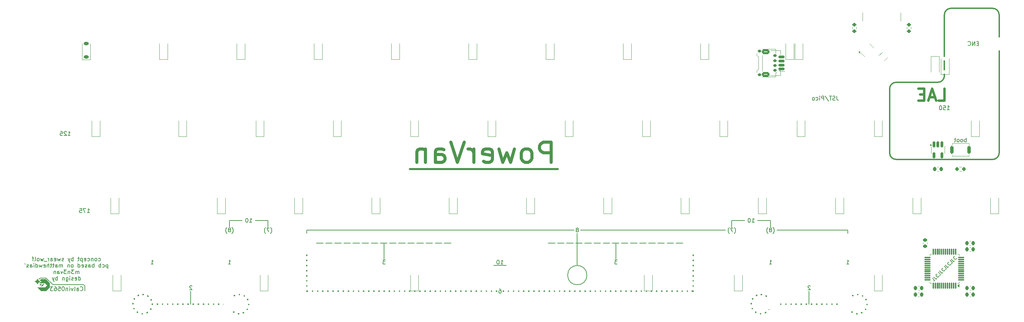
<source format=gbr>
%TF.GenerationSoftware,KiCad,Pcbnew,8.0.8*%
%TF.CreationDate,2025-05-03T21:44:13+02:00*%
%TF.ProjectId,PowerVan JST revision,506f7765-7256-4616-9e20-4a5354207265,rev?*%
%TF.SameCoordinates,Original*%
%TF.FileFunction,Legend,Bot*%
%TF.FilePolarity,Positive*%
%FSLAX46Y46*%
G04 Gerber Fmt 4.6, Leading zero omitted, Abs format (unit mm)*
G04 Created by KiCad (PCBNEW 8.0.8) date 2025-05-03 21:44:13*
%MOMM*%
%LPD*%
G01*
G04 APERTURE LIST*
G04 Aperture macros list*
%AMRoundRect*
0 Rectangle with rounded corners*
0 $1 Rounding radius*
0 $2 $3 $4 $5 $6 $7 $8 $9 X,Y pos of 4 corners*
0 Add a 4 corners polygon primitive as box body*
4,1,4,$2,$3,$4,$5,$6,$7,$8,$9,$2,$3,0*
0 Add four circle primitives for the rounded corners*
1,1,$1+$1,$2,$3*
1,1,$1+$1,$4,$5*
1,1,$1+$1,$6,$7*
1,1,$1+$1,$8,$9*
0 Add four rect primitives between the rounded corners*
20,1,$1+$1,$2,$3,$4,$5,0*
20,1,$1+$1,$4,$5,$6,$7,0*
20,1,$1+$1,$6,$7,$8,$9,0*
20,1,$1+$1,$8,$9,$2,$3,0*%
G04 Aperture macros list end*
%ADD10C,0.150000*%
%ADD11C,0.300000*%
%ADD12C,0.200000*%
%ADD13C,0.500000*%
%ADD14C,0.600000*%
%ADD15C,0.800000*%
%ADD16C,0.120000*%
%ADD17C,0.000000*%
%ADD18C,1.750000*%
%ADD19C,3.987800*%
%ADD20C,2.250000*%
%ADD21R,2.000000X2.000000*%
%ADD22C,2.000000*%
%ADD23R,2.000000X3.200000*%
%ADD24C,4.400000*%
%ADD25C,4.000000*%
%ADD26C,3.048000*%
%ADD27R,1.200000X0.900000*%
%ADD28C,0.650000*%
%ADD29R,0.600000X1.450000*%
%ADD30R,0.300000X1.450000*%
%ADD31O,1.000000X1.600000*%
%ADD32O,1.000000X2.100000*%
%ADD33RoundRect,0.225000X-0.225000X-0.250000X0.225000X-0.250000X0.225000X0.250000X-0.225000X0.250000X0*%
%ADD34RoundRect,0.200000X-0.200000X-0.800000X0.200000X-0.800000X0.200000X0.800000X-0.200000X0.800000X0*%
%ADD35RoundRect,0.225000X0.250000X-0.225000X0.250000X0.225000X-0.250000X0.225000X-0.250000X-0.225000X0*%
%ADD36RoundRect,0.200000X0.275000X-0.200000X0.275000X0.200000X-0.275000X0.200000X-0.275000X-0.200000X0*%
%ADD37RoundRect,0.250001X-0.114905X0.768977X-0.768977X0.114905X0.114905X-0.768977X0.768977X-0.114905X0*%
%ADD38RoundRect,0.150000X0.625000X-0.150000X0.625000X0.150000X-0.625000X0.150000X-0.625000X-0.150000X0*%
%ADD39RoundRect,0.250000X0.650000X-0.350000X0.650000X0.350000X-0.650000X0.350000X-0.650000X-0.350000X0*%
%ADD40RoundRect,0.225000X0.225000X0.250000X-0.225000X0.250000X-0.225000X-0.250000X0.225000X-0.250000X0*%
%ADD41RoundRect,0.225000X0.375000X-0.225000X0.375000X0.225000X-0.375000X0.225000X-0.375000X-0.225000X0*%
%ADD42RoundRect,0.200000X-0.200000X-0.275000X0.200000X-0.275000X0.200000X0.275000X-0.200000X0.275000X0*%
%ADD43RoundRect,0.250000X-0.601041X0.247487X0.247487X-0.601041X0.601041X-0.247487X-0.247487X0.601041X0*%
%ADD44RoundRect,0.150000X-0.601041X0.388909X0.388909X-0.601041X0.601041X-0.388909X-0.388909X0.601041X0*%
%ADD45RoundRect,0.075000X0.075000X-0.662500X0.075000X0.662500X-0.075000X0.662500X-0.075000X-0.662500X0*%
%ADD46RoundRect,0.075000X0.662500X-0.075000X0.662500X0.075000X-0.662500X0.075000X-0.662500X-0.075000X0*%
%ADD47RoundRect,0.162500X-0.162500X0.617500X-0.162500X-0.617500X0.162500X-0.617500X0.162500X0.617500X0*%
%ADD48RoundRect,0.150000X0.275000X-0.150000X0.275000X0.150000X-0.275000X0.150000X-0.275000X-0.150000X0*%
%ADD49RoundRect,0.175000X0.225000X-0.175000X0.225000X0.175000X-0.225000X0.175000X-0.225000X-0.175000X0*%
G04 APERTURE END LIST*
D10*
X377825500Y-215106500D02*
X377825500Y-215900250D01*
D11*
X377825500Y-233362750D02*
X377826255Y-233302756D01*
X378151148Y-232160728D02*
X378182085Y-232109321D01*
X379039026Y-231287473D02*
X379091682Y-231258712D01*
X380246289Y-230981828D02*
X380306262Y-230983580D01*
X381442737Y-231327391D02*
X381493624Y-231359176D01*
X382301130Y-232229646D02*
X382329012Y-232282772D01*
X382586686Y-233441817D02*
X382583939Y-233501753D01*
X382221305Y-234632363D02*
X382188679Y-234682715D01*
X381304921Y-235475655D02*
X381251339Y-235502652D01*
X380088175Y-235741045D02*
X380028293Y-235737303D01*
X378903860Y-235355946D02*
X378854057Y-235322488D01*
X378075900Y-234425686D02*
X378049797Y-234371663D01*
D10*
X349250500Y-212725250D02*
X349250500Y-214312750D01*
X231775500Y-212725250D02*
X234950500Y-212725250D01*
D11*
X388144250Y-180181500D02*
G75*
G02*
X389731750Y-178593950I1587550J0D01*
G01*
D10*
X311150500Y-215900250D02*
X311150500Y-223837750D01*
D11*
X206375500Y-233362750D02*
X206374744Y-233422743D01*
X206049851Y-234564771D02*
X206018914Y-234616178D01*
X205161973Y-235438026D02*
X205109317Y-235466787D01*
X203954710Y-235743671D02*
X203894737Y-235741919D01*
X202758262Y-235398108D02*
X202707375Y-235366323D01*
X201899869Y-234495853D02*
X201871987Y-234442727D01*
X201614313Y-233283682D02*
X201617060Y-233223746D01*
X201979694Y-232093136D02*
X202012320Y-232042784D01*
X202896078Y-231249844D02*
X202949660Y-231222847D01*
X204112824Y-230984454D02*
X204172706Y-230988196D01*
X205297139Y-231369553D02*
X205346942Y-231403011D01*
X206125099Y-232299813D02*
X206151202Y-232353836D01*
D12*
X178691861Y-227012750D02*
G75*
G02*
X178908072Y-226923179I216039J-215750D01*
G01*
D10*
X290513000Y-223837750D02*
X293688000Y-223837750D01*
X320675500Y-222250250D02*
X320675500Y-218281500D01*
D11*
X339725500Y-230187750D02*
X339725500Y-230127750D01*
X339725500Y-228927750D02*
X339725500Y-228867750D01*
X339725500Y-227667750D02*
X339725500Y-227607750D01*
X339725500Y-226407750D02*
X339725500Y-226347750D01*
X339725500Y-225147750D02*
X339725500Y-225087750D01*
X339725500Y-223887750D02*
X339725500Y-223827750D01*
X339725500Y-222627750D02*
X339725500Y-222567750D01*
X339725500Y-221367750D02*
X339725500Y-221307750D01*
D10*
X228600500Y-212725250D02*
X225425500Y-212725250D01*
D11*
X413544250Y-197644000D02*
X389731750Y-197644000D01*
X415131750Y-161925250D02*
X415131750Y-196056500D01*
D12*
X180098690Y-226923205D02*
G75*
G02*
X180314882Y-227012782I-90J-305895D01*
G01*
D11*
X388144250Y-196056500D02*
X388144250Y-180181500D01*
D10*
X263525500Y-222250250D02*
X263525500Y-218281500D01*
X313531750Y-226219000D02*
G75*
G02*
X308769250Y-226219000I-2381250J0D01*
G01*
X308769250Y-226219000D02*
G75*
G02*
X313531750Y-226219000I2381250J0D01*
G01*
X244475500Y-215106500D02*
X244475500Y-215900250D01*
D12*
X181786169Y-228484008D02*
X180314911Y-227012750D01*
D10*
X368300500Y-230187750D02*
X368300500Y-233362750D01*
D11*
X244475500Y-230187750D02*
X244475500Y-230127750D01*
X244475500Y-228927750D02*
X244475500Y-228867750D01*
X244475500Y-227667750D02*
X244475500Y-227607750D01*
X244475500Y-226407750D02*
X244475500Y-226347750D01*
X244475500Y-225147750D02*
X244475500Y-225087750D01*
X244475500Y-223887750D02*
X244475500Y-223827750D01*
X244475500Y-222627750D02*
X244475500Y-222567750D01*
X244475500Y-221367750D02*
X244475500Y-221307750D01*
D10*
X225425500Y-212725250D02*
X225425500Y-214312750D01*
D11*
X401638000Y-177006500D02*
G75*
G02*
X400050500Y-178594000I-1587500J0D01*
G01*
D10*
X304006750Y-218281500D02*
X305656750Y-218281500D01*
X306256750Y-218281500D02*
X307906750Y-218281500D01*
X308506750Y-218281500D02*
X310156750Y-218281500D01*
X310756750Y-218281500D02*
X312406750Y-218281500D01*
X313006750Y-218281500D02*
X314656750Y-218281500D01*
X315256750Y-218281500D02*
X316906750Y-218281500D01*
X317506750Y-218281500D02*
X319156750Y-218281500D01*
X319756750Y-218281500D02*
X321406750Y-218281500D01*
X322006750Y-218281500D02*
X323656750Y-218281500D01*
X324256750Y-218281500D02*
X325906750Y-218281500D01*
X326506750Y-218281500D02*
X328156750Y-218281500D01*
X328756750Y-218281500D02*
X330406750Y-218281500D01*
X331006750Y-218281500D02*
X332656750Y-218281500D01*
X333256750Y-218281500D02*
X334906750Y-218281500D01*
X335506750Y-218281500D02*
X337156750Y-218281500D01*
D11*
X415131750Y-196056500D02*
G75*
G02*
X413544250Y-197644050I-1587550J0D01*
G01*
D10*
X310356750Y-215106500D02*
X244475500Y-215106500D01*
D12*
X182066802Y-228600250D02*
X189409197Y-228600250D01*
D13*
X269875500Y-200025250D02*
X306388000Y-200025250D01*
D11*
X206375500Y-233362750D02*
X206435500Y-233362750D01*
X207635500Y-233362750D02*
X207695500Y-233362750D01*
X208895500Y-233362750D02*
X208955500Y-233362750D01*
X210155500Y-233362750D02*
X210215500Y-233362750D01*
X211415500Y-233362750D02*
X211475500Y-233362750D01*
X212675500Y-233362750D02*
X212735500Y-233362750D01*
X213935500Y-233362750D02*
X213995500Y-233362750D01*
X215195500Y-233362750D02*
X215255500Y-233362750D01*
X216455500Y-233362750D02*
X216515500Y-233362750D01*
X217715500Y-233362750D02*
X217775500Y-233362750D01*
X218975500Y-233362750D02*
X219035500Y-233362750D01*
X220235500Y-233362750D02*
X220295500Y-233362750D01*
X221495500Y-233362750D02*
X221555500Y-233362750D01*
X222755500Y-233362750D02*
X222815500Y-233362750D01*
X224015500Y-233362750D02*
X224075500Y-233362750D01*
X225275500Y-233362750D02*
X225335500Y-233362750D01*
X389731750Y-197644000D02*
G75*
G02*
X388144300Y-196056500I50J1587500D01*
G01*
X401638000Y-161925250D02*
G75*
G02*
X403225500Y-160337800I1587500J-50D01*
G01*
X401638000Y-177006500D02*
X401638000Y-161925250D01*
D10*
X360363000Y-215106500D02*
X377825500Y-215106500D01*
D11*
X413544250Y-160337750D02*
G75*
G02*
X415131750Y-161925250I-50J-1587550D01*
G01*
X291306750Y-230187750D02*
X291246750Y-230187750D01*
X290046750Y-230187750D02*
X289986750Y-230187750D01*
X288786750Y-230187750D02*
X288726750Y-230187750D01*
X287526750Y-230187750D02*
X287466750Y-230187750D01*
X286266750Y-230187750D02*
X286206750Y-230187750D01*
X285006750Y-230187750D02*
X284946750Y-230187750D01*
X283746750Y-230187750D02*
X283686750Y-230187750D01*
X282486750Y-230187750D02*
X282426750Y-230187750D01*
X281226750Y-230187750D02*
X281166750Y-230187750D01*
X279966750Y-230187750D02*
X279906750Y-230187750D01*
X278706750Y-230187750D02*
X278646750Y-230187750D01*
X277446750Y-230187750D02*
X277386750Y-230187750D01*
X276186750Y-230187750D02*
X276126750Y-230187750D01*
X274926750Y-230187750D02*
X274866750Y-230187750D01*
X273666750Y-230187750D02*
X273606750Y-230187750D01*
X272406750Y-230187750D02*
X272346750Y-230187750D01*
X271146750Y-230187750D02*
X271086750Y-230187750D01*
X269886750Y-230187750D02*
X269826750Y-230187750D01*
X268626750Y-230187750D02*
X268566750Y-230187750D01*
X267366750Y-230187750D02*
X267306750Y-230187750D01*
X266106750Y-230187750D02*
X266046750Y-230187750D01*
X264846750Y-230187750D02*
X264786750Y-230187750D01*
X263586750Y-230187750D02*
X263526750Y-230187750D01*
X262326750Y-230187750D02*
X262266750Y-230187750D01*
X261066750Y-230187750D02*
X261006750Y-230187750D01*
X259806750Y-230187750D02*
X259746750Y-230187750D01*
X258546750Y-230187750D02*
X258486750Y-230187750D01*
X257286750Y-230187750D02*
X257226750Y-230187750D01*
X256026750Y-230187750D02*
X255966750Y-230187750D01*
X254766750Y-230187750D02*
X254706750Y-230187750D01*
X253506750Y-230187750D02*
X253446750Y-230187750D01*
X252246750Y-230187750D02*
X252186750Y-230187750D01*
X250986750Y-230187750D02*
X250926750Y-230187750D01*
X249726750Y-230187750D02*
X249666750Y-230187750D01*
X248466750Y-230187750D02*
X248406750Y-230187750D01*
X247206750Y-230187750D02*
X247146750Y-230187750D01*
X245946750Y-230187750D02*
X245886750Y-230187750D01*
X244686750Y-230187750D02*
X244626750Y-230187750D01*
D10*
X215900500Y-230187750D02*
X215900500Y-233362750D01*
D12*
X182066802Y-228600250D02*
G75*
G02*
X181786194Y-228483983I-2J396750D01*
G01*
D10*
X311944250Y-215106500D02*
X347663000Y-215106500D01*
D12*
X180098690Y-226923205D02*
X178908062Y-226923205D01*
D11*
X358775500Y-233362750D02*
X358774744Y-233422743D01*
X358449851Y-234564771D02*
X358418914Y-234616178D01*
X357561973Y-235438026D02*
X357509317Y-235466787D01*
X356354710Y-235743671D02*
X356294737Y-235741919D01*
X355158262Y-235398108D02*
X355107375Y-235366323D01*
X354299869Y-234495853D02*
X354271987Y-234442727D01*
X354014313Y-233283682D02*
X354017060Y-233223746D01*
X354379694Y-232093136D02*
X354412320Y-232042784D01*
X355296078Y-231249844D02*
X355349660Y-231222847D01*
X356512824Y-230984454D02*
X356572706Y-230988196D01*
X357697139Y-231369553D02*
X357746942Y-231403011D01*
X358525099Y-232299813D02*
X358551202Y-232353836D01*
D10*
X246856750Y-218281500D02*
X248506750Y-218281500D01*
X249106750Y-218281500D02*
X250756750Y-218281500D01*
X251356750Y-218281500D02*
X253006750Y-218281500D01*
X253606750Y-218281500D02*
X255256750Y-218281500D01*
X255856750Y-218281500D02*
X257506750Y-218281500D01*
X258106750Y-218281500D02*
X259756750Y-218281500D01*
X260356750Y-218281500D02*
X262006750Y-218281500D01*
X262606750Y-218281500D02*
X264256750Y-218281500D01*
X264856750Y-218281500D02*
X266506750Y-218281500D01*
X267106750Y-218281500D02*
X268756750Y-218281500D01*
X269356750Y-218281500D02*
X271006750Y-218281500D01*
X271606750Y-218281500D02*
X273256750Y-218281500D01*
X273856750Y-218281500D02*
X275506750Y-218281500D01*
X276106750Y-218281500D02*
X277756750Y-218281500D01*
X278356750Y-218281500D02*
X280006750Y-218281500D01*
D11*
X403225500Y-160337750D02*
X413544250Y-160337750D01*
D10*
X358775500Y-212725250D02*
X358775500Y-214312750D01*
D12*
X178691861Y-227012750D02*
X178475650Y-227228961D01*
D11*
X358775500Y-233362750D02*
X358835500Y-233362750D01*
X360035500Y-233362750D02*
X360095500Y-233362750D01*
X361295500Y-233362750D02*
X361355500Y-233362750D01*
X362555500Y-233362750D02*
X362615500Y-233362750D01*
X363815500Y-233362750D02*
X363875500Y-233362750D01*
X365075500Y-233362750D02*
X365135500Y-233362750D01*
X366335500Y-233362750D02*
X366395500Y-233362750D01*
X367595500Y-233362750D02*
X367655500Y-233362750D01*
X368855500Y-233362750D02*
X368915500Y-233362750D01*
X370115500Y-233362750D02*
X370175500Y-233362750D01*
X371375500Y-233362750D02*
X371435500Y-233362750D01*
X372635500Y-233362750D02*
X372695500Y-233362750D01*
X373895500Y-233362750D02*
X373955500Y-233362750D01*
X375155500Y-233362750D02*
X375215500Y-233362750D01*
X376415500Y-233362750D02*
X376475500Y-233362750D01*
X377675500Y-233362750D02*
X377735500Y-233362750D01*
D10*
X234950500Y-212725250D02*
X234950500Y-214312750D01*
D11*
X389731750Y-178594000D02*
X400050500Y-178594000D01*
D12*
X189409197Y-228600642D02*
G75*
G02*
X189806058Y-228997518I203J-396658D01*
G01*
D10*
X352425500Y-212725250D02*
X349250500Y-212725250D01*
X355600500Y-212725250D02*
X358775500Y-212725250D01*
D11*
X206375500Y-233362750D02*
X206375500Y-233362750D01*
D12*
X189805218Y-230116655D02*
X189806073Y-228997518D01*
D11*
X292894250Y-230187750D02*
X292954250Y-230187750D01*
X294154250Y-230187750D02*
X294214250Y-230187750D01*
X295414250Y-230187750D02*
X295474250Y-230187750D01*
X296674250Y-230187750D02*
X296734250Y-230187750D01*
X297934250Y-230187750D02*
X297994250Y-230187750D01*
X299194250Y-230187750D02*
X299254250Y-230187750D01*
X300454250Y-230187750D02*
X300514250Y-230187750D01*
X301714250Y-230187750D02*
X301774250Y-230187750D01*
X302974250Y-230187750D02*
X303034250Y-230187750D01*
X304234250Y-230187750D02*
X304294250Y-230187750D01*
X305494250Y-230187750D02*
X305554250Y-230187750D01*
X306754250Y-230187750D02*
X306814250Y-230187750D01*
X308014250Y-230187750D02*
X308074250Y-230187750D01*
X309274250Y-230187750D02*
X309334250Y-230187750D01*
X310534250Y-230187750D02*
X310594250Y-230187750D01*
X311794250Y-230187750D02*
X311854250Y-230187750D01*
X313054250Y-230187750D02*
X313114250Y-230187750D01*
X314314250Y-230187750D02*
X314374250Y-230187750D01*
X315574250Y-230187750D02*
X315634250Y-230187750D01*
X316834250Y-230187750D02*
X316894250Y-230187750D01*
X318094250Y-230187750D02*
X318154250Y-230187750D01*
X319354250Y-230187750D02*
X319414250Y-230187750D01*
X320614250Y-230187750D02*
X320674250Y-230187750D01*
X321874250Y-230187750D02*
X321934250Y-230187750D01*
X323134250Y-230187750D02*
X323194250Y-230187750D01*
X324394250Y-230187750D02*
X324454250Y-230187750D01*
X325654250Y-230187750D02*
X325714250Y-230187750D01*
X326914250Y-230187750D02*
X326974250Y-230187750D01*
X328174250Y-230187750D02*
X328234250Y-230187750D01*
X329434250Y-230187750D02*
X329494250Y-230187750D01*
X330694250Y-230187750D02*
X330754250Y-230187750D01*
X331954250Y-230187750D02*
X332014250Y-230187750D01*
X333214250Y-230187750D02*
X333274250Y-230187750D01*
X334474250Y-230187750D02*
X334534250Y-230187750D01*
X335734250Y-230187750D02*
X335794250Y-230187750D01*
X336994250Y-230187750D02*
X337054250Y-230187750D01*
X338254250Y-230187750D02*
X338314250Y-230187750D01*
X339514250Y-230187750D02*
X339574250Y-230187750D01*
X225425500Y-233362750D02*
X225426255Y-233302756D01*
X225751148Y-232160728D02*
X225782085Y-232109321D01*
X226639026Y-231287473D02*
X226691682Y-231258712D01*
X227846289Y-230981828D02*
X227906262Y-230983580D01*
X229042737Y-231327391D02*
X229093624Y-231359176D01*
X229901130Y-232229646D02*
X229929012Y-232282772D01*
X230186686Y-233441817D02*
X230183939Y-233501753D01*
X229821305Y-234632363D02*
X229788679Y-234682715D01*
X228904921Y-235475655D02*
X228851339Y-235502652D01*
X227688175Y-235741045D02*
X227628293Y-235737303D01*
X226503860Y-235355946D02*
X226454057Y-235322488D01*
X225675900Y-234425686D02*
X225649797Y-234371663D01*
D12*
X292290976Y-223496219D02*
X292862404Y-223496219D01*
X292576690Y-223496219D02*
X292576690Y-222496219D01*
X292576690Y-222496219D02*
X292671928Y-222639076D01*
X292671928Y-222639076D02*
X292767166Y-222734314D01*
X292767166Y-222734314D02*
X292862404Y-222781933D01*
X291671928Y-222496219D02*
X291576690Y-222496219D01*
X291576690Y-222496219D02*
X291481452Y-222543838D01*
X291481452Y-222543838D02*
X291433833Y-222591457D01*
X291433833Y-222591457D02*
X291386214Y-222686695D01*
X291386214Y-222686695D02*
X291338595Y-222877171D01*
X291338595Y-222877171D02*
X291338595Y-223115266D01*
X291338595Y-223115266D02*
X291386214Y-223305742D01*
X291386214Y-223305742D02*
X291433833Y-223400980D01*
X291433833Y-223400980D02*
X291481452Y-223448600D01*
X291481452Y-223448600D02*
X291576690Y-223496219D01*
X291576690Y-223496219D02*
X291671928Y-223496219D01*
X291671928Y-223496219D02*
X291767166Y-223448600D01*
X291767166Y-223448600D02*
X291814785Y-223400980D01*
X291814785Y-223400980D02*
X291862404Y-223305742D01*
X291862404Y-223305742D02*
X291910023Y-223115266D01*
X291910023Y-223115266D02*
X291910023Y-222877171D01*
X291910023Y-222877171D02*
X291862404Y-222686695D01*
X291862404Y-222686695D02*
X291814785Y-222591457D01*
X291814785Y-222591457D02*
X291767166Y-222543838D01*
X291767166Y-222543838D02*
X291671928Y-222496219D01*
X368586213Y-228941457D02*
X368538594Y-228893838D01*
X368538594Y-228893838D02*
X368443356Y-228846219D01*
X368443356Y-228846219D02*
X368205261Y-228846219D01*
X368205261Y-228846219D02*
X368110023Y-228893838D01*
X368110023Y-228893838D02*
X368062404Y-228941457D01*
X368062404Y-228941457D02*
X368014785Y-229036695D01*
X368014785Y-229036695D02*
X368014785Y-229131933D01*
X368014785Y-229131933D02*
X368062404Y-229274790D01*
X368062404Y-229274790D02*
X368633832Y-229846219D01*
X368633832Y-229846219D02*
X368014785Y-229846219D01*
X188666325Y-229959730D02*
X188713944Y-230007350D01*
X188713944Y-230007350D02*
X188856801Y-230054969D01*
X188856801Y-230054969D02*
X188952039Y-230054969D01*
X188952039Y-230054969D02*
X189094896Y-230007350D01*
X189094896Y-230007350D02*
X189190134Y-229912111D01*
X189190134Y-229912111D02*
X189237753Y-229816873D01*
X189237753Y-229816873D02*
X189285372Y-229626397D01*
X189285372Y-229626397D02*
X189285372Y-229483540D01*
X189285372Y-229483540D02*
X189237753Y-229293064D01*
X189237753Y-229293064D02*
X189190134Y-229197826D01*
X189190134Y-229197826D02*
X189094896Y-229102588D01*
X189094896Y-229102588D02*
X188952039Y-229054969D01*
X188952039Y-229054969D02*
X188856801Y-229054969D01*
X188856801Y-229054969D02*
X188713944Y-229102588D01*
X188713944Y-229102588D02*
X188666325Y-229150207D01*
X187809182Y-230054969D02*
X187809182Y-229531159D01*
X187809182Y-229531159D02*
X187856801Y-229435921D01*
X187856801Y-229435921D02*
X187952039Y-229388302D01*
X187952039Y-229388302D02*
X188142515Y-229388302D01*
X188142515Y-229388302D02*
X188237753Y-229435921D01*
X187809182Y-230007350D02*
X187904420Y-230054969D01*
X187904420Y-230054969D02*
X188142515Y-230054969D01*
X188142515Y-230054969D02*
X188237753Y-230007350D01*
X188237753Y-230007350D02*
X188285372Y-229912111D01*
X188285372Y-229912111D02*
X188285372Y-229816873D01*
X188285372Y-229816873D02*
X188237753Y-229721635D01*
X188237753Y-229721635D02*
X188142515Y-229674016D01*
X188142515Y-229674016D02*
X187904420Y-229674016D01*
X187904420Y-229674016D02*
X187809182Y-229626397D01*
X187190134Y-230054969D02*
X187285372Y-230007350D01*
X187285372Y-230007350D02*
X187332991Y-229912111D01*
X187332991Y-229912111D02*
X187332991Y-229054969D01*
X186904419Y-229388302D02*
X186666324Y-230054969D01*
X186666324Y-230054969D02*
X186428229Y-229388302D01*
X186047276Y-230054969D02*
X186047276Y-229388302D01*
X186047276Y-229054969D02*
X186094895Y-229102588D01*
X186094895Y-229102588D02*
X186047276Y-229150207D01*
X186047276Y-229150207D02*
X185999657Y-229102588D01*
X185999657Y-229102588D02*
X186047276Y-229054969D01*
X186047276Y-229054969D02*
X186047276Y-229150207D01*
X185571086Y-229388302D02*
X185571086Y-230054969D01*
X185571086Y-229483540D02*
X185523467Y-229435921D01*
X185523467Y-229435921D02*
X185428229Y-229388302D01*
X185428229Y-229388302D02*
X185285372Y-229388302D01*
X185285372Y-229388302D02*
X185190134Y-229435921D01*
X185190134Y-229435921D02*
X185142515Y-229531159D01*
X185142515Y-229531159D02*
X185142515Y-230054969D01*
X184475848Y-229054969D02*
X184380610Y-229054969D01*
X184380610Y-229054969D02*
X184285372Y-229102588D01*
X184285372Y-229102588D02*
X184237753Y-229150207D01*
X184237753Y-229150207D02*
X184190134Y-229245445D01*
X184190134Y-229245445D02*
X184142515Y-229435921D01*
X184142515Y-229435921D02*
X184142515Y-229674016D01*
X184142515Y-229674016D02*
X184190134Y-229864492D01*
X184190134Y-229864492D02*
X184237753Y-229959730D01*
X184237753Y-229959730D02*
X184285372Y-230007350D01*
X184285372Y-230007350D02*
X184380610Y-230054969D01*
X184380610Y-230054969D02*
X184475848Y-230054969D01*
X184475848Y-230054969D02*
X184571086Y-230007350D01*
X184571086Y-230007350D02*
X184618705Y-229959730D01*
X184618705Y-229959730D02*
X184666324Y-229864492D01*
X184666324Y-229864492D02*
X184713943Y-229674016D01*
X184713943Y-229674016D02*
X184713943Y-229435921D01*
X184713943Y-229435921D02*
X184666324Y-229245445D01*
X184666324Y-229245445D02*
X184618705Y-229150207D01*
X184618705Y-229150207D02*
X184571086Y-229102588D01*
X184571086Y-229102588D02*
X184475848Y-229054969D01*
X183237753Y-229054969D02*
X183713943Y-229054969D01*
X183713943Y-229054969D02*
X183761562Y-229531159D01*
X183761562Y-229531159D02*
X183713943Y-229483540D01*
X183713943Y-229483540D02*
X183618705Y-229435921D01*
X183618705Y-229435921D02*
X183380610Y-229435921D01*
X183380610Y-229435921D02*
X183285372Y-229483540D01*
X183285372Y-229483540D02*
X183237753Y-229531159D01*
X183237753Y-229531159D02*
X183190134Y-229626397D01*
X183190134Y-229626397D02*
X183190134Y-229864492D01*
X183190134Y-229864492D02*
X183237753Y-229959730D01*
X183237753Y-229959730D02*
X183285372Y-230007350D01*
X183285372Y-230007350D02*
X183380610Y-230054969D01*
X183380610Y-230054969D02*
X183618705Y-230054969D01*
X183618705Y-230054969D02*
X183713943Y-230007350D01*
X183713943Y-230007350D02*
X183761562Y-229959730D01*
X182332991Y-229054969D02*
X182523467Y-229054969D01*
X182523467Y-229054969D02*
X182618705Y-229102588D01*
X182618705Y-229102588D02*
X182666324Y-229150207D01*
X182666324Y-229150207D02*
X182761562Y-229293064D01*
X182761562Y-229293064D02*
X182809181Y-229483540D01*
X182809181Y-229483540D02*
X182809181Y-229864492D01*
X182809181Y-229864492D02*
X182761562Y-229959730D01*
X182761562Y-229959730D02*
X182713943Y-230007350D01*
X182713943Y-230007350D02*
X182618705Y-230054969D01*
X182618705Y-230054969D02*
X182428229Y-230054969D01*
X182428229Y-230054969D02*
X182332991Y-230007350D01*
X182332991Y-230007350D02*
X182285372Y-229959730D01*
X182285372Y-229959730D02*
X182237753Y-229864492D01*
X182237753Y-229864492D02*
X182237753Y-229626397D01*
X182237753Y-229626397D02*
X182285372Y-229531159D01*
X182285372Y-229531159D02*
X182332991Y-229483540D01*
X182332991Y-229483540D02*
X182428229Y-229435921D01*
X182428229Y-229435921D02*
X182618705Y-229435921D01*
X182618705Y-229435921D02*
X182713943Y-229483540D01*
X182713943Y-229483540D02*
X182761562Y-229531159D01*
X182761562Y-229531159D02*
X182809181Y-229626397D01*
X181904419Y-229054969D02*
X181285372Y-229054969D01*
X181285372Y-229054969D02*
X181618705Y-229435921D01*
X181618705Y-229435921D02*
X181475848Y-229435921D01*
X181475848Y-229435921D02*
X181380610Y-229483540D01*
X181380610Y-229483540D02*
X181332991Y-229531159D01*
X181332991Y-229531159D02*
X181285372Y-229626397D01*
X181285372Y-229626397D02*
X181285372Y-229864492D01*
X181285372Y-229864492D02*
X181332991Y-229959730D01*
X181332991Y-229959730D02*
X181380610Y-230007350D01*
X181380610Y-230007350D02*
X181475848Y-230054969D01*
X181475848Y-230054969D02*
X181761562Y-230054969D01*
X181761562Y-230054969D02*
X181856800Y-230007350D01*
X181856800Y-230007350D02*
X181904419Y-229959730D01*
X359394547Y-215939671D02*
X359442166Y-215892052D01*
X359442166Y-215892052D02*
X359537404Y-215749195D01*
X359537404Y-215749195D02*
X359585023Y-215653957D01*
X359585023Y-215653957D02*
X359632642Y-215511100D01*
X359632642Y-215511100D02*
X359680261Y-215273004D01*
X359680261Y-215273004D02*
X359680261Y-215082528D01*
X359680261Y-215082528D02*
X359632642Y-214844433D01*
X359632642Y-214844433D02*
X359585023Y-214701576D01*
X359585023Y-214701576D02*
X359537404Y-214606338D01*
X359537404Y-214606338D02*
X359442166Y-214463480D01*
X359442166Y-214463480D02*
X359394547Y-214415861D01*
X358870737Y-214987290D02*
X358965975Y-214939671D01*
X358965975Y-214939671D02*
X359013594Y-214892052D01*
X359013594Y-214892052D02*
X359061213Y-214796814D01*
X359061213Y-214796814D02*
X359061213Y-214749195D01*
X359061213Y-214749195D02*
X359013594Y-214653957D01*
X359013594Y-214653957D02*
X358965975Y-214606338D01*
X358965975Y-214606338D02*
X358870737Y-214558719D01*
X358870737Y-214558719D02*
X358680261Y-214558719D01*
X358680261Y-214558719D02*
X358585023Y-214606338D01*
X358585023Y-214606338D02*
X358537404Y-214653957D01*
X358537404Y-214653957D02*
X358489785Y-214749195D01*
X358489785Y-214749195D02*
X358489785Y-214796814D01*
X358489785Y-214796814D02*
X358537404Y-214892052D01*
X358537404Y-214892052D02*
X358585023Y-214939671D01*
X358585023Y-214939671D02*
X358680261Y-214987290D01*
X358680261Y-214987290D02*
X358870737Y-214987290D01*
X358870737Y-214987290D02*
X358965975Y-215034909D01*
X358965975Y-215034909D02*
X359013594Y-215082528D01*
X359013594Y-215082528D02*
X359061213Y-215177766D01*
X359061213Y-215177766D02*
X359061213Y-215368242D01*
X359061213Y-215368242D02*
X359013594Y-215463480D01*
X359013594Y-215463480D02*
X358965975Y-215511100D01*
X358965975Y-215511100D02*
X358870737Y-215558719D01*
X358870737Y-215558719D02*
X358680261Y-215558719D01*
X358680261Y-215558719D02*
X358585023Y-215511100D01*
X358585023Y-215511100D02*
X358537404Y-215463480D01*
X358537404Y-215463480D02*
X358489785Y-215368242D01*
X358489785Y-215368242D02*
X358489785Y-215177766D01*
X358489785Y-215177766D02*
X358537404Y-215082528D01*
X358537404Y-215082528D02*
X358585023Y-215034909D01*
X358585023Y-215034909D02*
X358680261Y-214987290D01*
X358156451Y-215939671D02*
X358108832Y-215892052D01*
X358108832Y-215892052D02*
X358013594Y-215749195D01*
X358013594Y-215749195D02*
X357965975Y-215653957D01*
X357965975Y-215653957D02*
X357918356Y-215511100D01*
X357918356Y-215511100D02*
X357870737Y-215273004D01*
X357870737Y-215273004D02*
X357870737Y-215082528D01*
X357870737Y-215082528D02*
X357918356Y-214844433D01*
X357918356Y-214844433D02*
X357965975Y-214701576D01*
X357965975Y-214701576D02*
X358013594Y-214606338D01*
X358013594Y-214606338D02*
X358108832Y-214463480D01*
X358108832Y-214463480D02*
X358156451Y-214415861D01*
X195456089Y-223612080D02*
X195456089Y-224612080D01*
X195456089Y-223659699D02*
X195360851Y-223612080D01*
X195360851Y-223612080D02*
X195170375Y-223612080D01*
X195170375Y-223612080D02*
X195075137Y-223659699D01*
X195075137Y-223659699D02*
X195027518Y-223707318D01*
X195027518Y-223707318D02*
X194979899Y-223802556D01*
X194979899Y-223802556D02*
X194979899Y-224088270D01*
X194979899Y-224088270D02*
X195027518Y-224183508D01*
X195027518Y-224183508D02*
X195075137Y-224231128D01*
X195075137Y-224231128D02*
X195170375Y-224278747D01*
X195170375Y-224278747D02*
X195360851Y-224278747D01*
X195360851Y-224278747D02*
X195456089Y-224231128D01*
X194122756Y-224231128D02*
X194217994Y-224278747D01*
X194217994Y-224278747D02*
X194408470Y-224278747D01*
X194408470Y-224278747D02*
X194503708Y-224231128D01*
X194503708Y-224231128D02*
X194551327Y-224183508D01*
X194551327Y-224183508D02*
X194598946Y-224088270D01*
X194598946Y-224088270D02*
X194598946Y-223802556D01*
X194598946Y-223802556D02*
X194551327Y-223707318D01*
X194551327Y-223707318D02*
X194503708Y-223659699D01*
X194503708Y-223659699D02*
X194408470Y-223612080D01*
X194408470Y-223612080D02*
X194217994Y-223612080D01*
X194217994Y-223612080D02*
X194122756Y-223659699D01*
X193694184Y-224278747D02*
X193694184Y-223278747D01*
X193694184Y-223659699D02*
X193598946Y-223612080D01*
X193598946Y-223612080D02*
X193408470Y-223612080D01*
X193408470Y-223612080D02*
X193313232Y-223659699D01*
X193313232Y-223659699D02*
X193265613Y-223707318D01*
X193265613Y-223707318D02*
X193217994Y-223802556D01*
X193217994Y-223802556D02*
X193217994Y-224088270D01*
X193217994Y-224088270D02*
X193265613Y-224183508D01*
X193265613Y-224183508D02*
X193313232Y-224231128D01*
X193313232Y-224231128D02*
X193408470Y-224278747D01*
X193408470Y-224278747D02*
X193598946Y-224278747D01*
X193598946Y-224278747D02*
X193694184Y-224231128D01*
X192027517Y-224278747D02*
X192027517Y-223278747D01*
X192027517Y-223659699D02*
X191932279Y-223612080D01*
X191932279Y-223612080D02*
X191741803Y-223612080D01*
X191741803Y-223612080D02*
X191646565Y-223659699D01*
X191646565Y-223659699D02*
X191598946Y-223707318D01*
X191598946Y-223707318D02*
X191551327Y-223802556D01*
X191551327Y-223802556D02*
X191551327Y-224088270D01*
X191551327Y-224088270D02*
X191598946Y-224183508D01*
X191598946Y-224183508D02*
X191646565Y-224231128D01*
X191646565Y-224231128D02*
X191741803Y-224278747D01*
X191741803Y-224278747D02*
X191932279Y-224278747D01*
X191932279Y-224278747D02*
X192027517Y-224231128D01*
X190694184Y-224278747D02*
X190694184Y-223754937D01*
X190694184Y-223754937D02*
X190741803Y-223659699D01*
X190741803Y-223659699D02*
X190837041Y-223612080D01*
X190837041Y-223612080D02*
X191027517Y-223612080D01*
X191027517Y-223612080D02*
X191122755Y-223659699D01*
X190694184Y-224231128D02*
X190789422Y-224278747D01*
X190789422Y-224278747D02*
X191027517Y-224278747D01*
X191027517Y-224278747D02*
X191122755Y-224231128D01*
X191122755Y-224231128D02*
X191170374Y-224135889D01*
X191170374Y-224135889D02*
X191170374Y-224040651D01*
X191170374Y-224040651D02*
X191122755Y-223945413D01*
X191122755Y-223945413D02*
X191027517Y-223897794D01*
X191027517Y-223897794D02*
X190789422Y-223897794D01*
X190789422Y-223897794D02*
X190694184Y-223850175D01*
X190265612Y-224231128D02*
X190170374Y-224278747D01*
X190170374Y-224278747D02*
X189979898Y-224278747D01*
X189979898Y-224278747D02*
X189884660Y-224231128D01*
X189884660Y-224231128D02*
X189837041Y-224135889D01*
X189837041Y-224135889D02*
X189837041Y-224088270D01*
X189837041Y-224088270D02*
X189884660Y-223993032D01*
X189884660Y-223993032D02*
X189979898Y-223945413D01*
X189979898Y-223945413D02*
X190122755Y-223945413D01*
X190122755Y-223945413D02*
X190217993Y-223897794D01*
X190217993Y-223897794D02*
X190265612Y-223802556D01*
X190265612Y-223802556D02*
X190265612Y-223754937D01*
X190265612Y-223754937D02*
X190217993Y-223659699D01*
X190217993Y-223659699D02*
X190122755Y-223612080D01*
X190122755Y-223612080D02*
X189979898Y-223612080D01*
X189979898Y-223612080D02*
X189884660Y-223659699D01*
X189027517Y-224231128D02*
X189122755Y-224278747D01*
X189122755Y-224278747D02*
X189313231Y-224278747D01*
X189313231Y-224278747D02*
X189408469Y-224231128D01*
X189408469Y-224231128D02*
X189456088Y-224135889D01*
X189456088Y-224135889D02*
X189456088Y-223754937D01*
X189456088Y-223754937D02*
X189408469Y-223659699D01*
X189408469Y-223659699D02*
X189313231Y-223612080D01*
X189313231Y-223612080D02*
X189122755Y-223612080D01*
X189122755Y-223612080D02*
X189027517Y-223659699D01*
X189027517Y-223659699D02*
X188979898Y-223754937D01*
X188979898Y-223754937D02*
X188979898Y-223850175D01*
X188979898Y-223850175D02*
X189456088Y-223945413D01*
X188122755Y-224278747D02*
X188122755Y-223278747D01*
X188122755Y-224231128D02*
X188217993Y-224278747D01*
X188217993Y-224278747D02*
X188408469Y-224278747D01*
X188408469Y-224278747D02*
X188503707Y-224231128D01*
X188503707Y-224231128D02*
X188551326Y-224183508D01*
X188551326Y-224183508D02*
X188598945Y-224088270D01*
X188598945Y-224088270D02*
X188598945Y-223802556D01*
X188598945Y-223802556D02*
X188551326Y-223707318D01*
X188551326Y-223707318D02*
X188503707Y-223659699D01*
X188503707Y-223659699D02*
X188408469Y-223612080D01*
X188408469Y-223612080D02*
X188217993Y-223612080D01*
X188217993Y-223612080D02*
X188122755Y-223659699D01*
X186741802Y-224278747D02*
X186837040Y-224231128D01*
X186837040Y-224231128D02*
X186884659Y-224183508D01*
X186884659Y-224183508D02*
X186932278Y-224088270D01*
X186932278Y-224088270D02*
X186932278Y-223802556D01*
X186932278Y-223802556D02*
X186884659Y-223707318D01*
X186884659Y-223707318D02*
X186837040Y-223659699D01*
X186837040Y-223659699D02*
X186741802Y-223612080D01*
X186741802Y-223612080D02*
X186598945Y-223612080D01*
X186598945Y-223612080D02*
X186503707Y-223659699D01*
X186503707Y-223659699D02*
X186456088Y-223707318D01*
X186456088Y-223707318D02*
X186408469Y-223802556D01*
X186408469Y-223802556D02*
X186408469Y-224088270D01*
X186408469Y-224088270D02*
X186456088Y-224183508D01*
X186456088Y-224183508D02*
X186503707Y-224231128D01*
X186503707Y-224231128D02*
X186598945Y-224278747D01*
X186598945Y-224278747D02*
X186741802Y-224278747D01*
X185979897Y-223612080D02*
X185979897Y-224278747D01*
X185979897Y-223707318D02*
X185932278Y-223659699D01*
X185932278Y-223659699D02*
X185837040Y-223612080D01*
X185837040Y-223612080D02*
X185694183Y-223612080D01*
X185694183Y-223612080D02*
X185598945Y-223659699D01*
X185598945Y-223659699D02*
X185551326Y-223754937D01*
X185551326Y-223754937D02*
X185551326Y-224278747D01*
X184313230Y-224278747D02*
X184313230Y-223612080D01*
X184313230Y-223707318D02*
X184265611Y-223659699D01*
X184265611Y-223659699D02*
X184170373Y-223612080D01*
X184170373Y-223612080D02*
X184027516Y-223612080D01*
X184027516Y-223612080D02*
X183932278Y-223659699D01*
X183932278Y-223659699D02*
X183884659Y-223754937D01*
X183884659Y-223754937D02*
X183884659Y-224278747D01*
X183884659Y-223754937D02*
X183837040Y-223659699D01*
X183837040Y-223659699D02*
X183741802Y-223612080D01*
X183741802Y-223612080D02*
X183598945Y-223612080D01*
X183598945Y-223612080D02*
X183503706Y-223659699D01*
X183503706Y-223659699D02*
X183456087Y-223754937D01*
X183456087Y-223754937D02*
X183456087Y-224278747D01*
X182551326Y-224278747D02*
X182551326Y-223754937D01*
X182551326Y-223754937D02*
X182598945Y-223659699D01*
X182598945Y-223659699D02*
X182694183Y-223612080D01*
X182694183Y-223612080D02*
X182884659Y-223612080D01*
X182884659Y-223612080D02*
X182979897Y-223659699D01*
X182551326Y-224231128D02*
X182646564Y-224278747D01*
X182646564Y-224278747D02*
X182884659Y-224278747D01*
X182884659Y-224278747D02*
X182979897Y-224231128D01*
X182979897Y-224231128D02*
X183027516Y-224135889D01*
X183027516Y-224135889D02*
X183027516Y-224040651D01*
X183027516Y-224040651D02*
X182979897Y-223945413D01*
X182979897Y-223945413D02*
X182884659Y-223897794D01*
X182884659Y-223897794D02*
X182646564Y-223897794D01*
X182646564Y-223897794D02*
X182551326Y-223850175D01*
X182217992Y-223612080D02*
X181837040Y-223612080D01*
X182075135Y-223278747D02*
X182075135Y-224135889D01*
X182075135Y-224135889D02*
X182027516Y-224231128D01*
X182027516Y-224231128D02*
X181932278Y-224278747D01*
X181932278Y-224278747D02*
X181837040Y-224278747D01*
X181646563Y-223612080D02*
X181265611Y-223612080D01*
X181503706Y-223278747D02*
X181503706Y-224135889D01*
X181503706Y-224135889D02*
X181456087Y-224231128D01*
X181456087Y-224231128D02*
X181360849Y-224278747D01*
X181360849Y-224278747D02*
X181265611Y-224278747D01*
X180932277Y-224278747D02*
X180932277Y-223278747D01*
X180503706Y-224278747D02*
X180503706Y-223754937D01*
X180503706Y-223754937D02*
X180551325Y-223659699D01*
X180551325Y-223659699D02*
X180646563Y-223612080D01*
X180646563Y-223612080D02*
X180789420Y-223612080D01*
X180789420Y-223612080D02*
X180884658Y-223659699D01*
X180884658Y-223659699D02*
X180932277Y-223707318D01*
X179646563Y-224231128D02*
X179741801Y-224278747D01*
X179741801Y-224278747D02*
X179932277Y-224278747D01*
X179932277Y-224278747D02*
X180027515Y-224231128D01*
X180027515Y-224231128D02*
X180075134Y-224135889D01*
X180075134Y-224135889D02*
X180075134Y-223754937D01*
X180075134Y-223754937D02*
X180027515Y-223659699D01*
X180027515Y-223659699D02*
X179932277Y-223612080D01*
X179932277Y-223612080D02*
X179741801Y-223612080D01*
X179741801Y-223612080D02*
X179646563Y-223659699D01*
X179646563Y-223659699D02*
X179598944Y-223754937D01*
X179598944Y-223754937D02*
X179598944Y-223850175D01*
X179598944Y-223850175D02*
X180075134Y-223945413D01*
X179265610Y-223612080D02*
X179075134Y-224278747D01*
X179075134Y-224278747D02*
X178884658Y-223802556D01*
X178884658Y-223802556D02*
X178694182Y-224278747D01*
X178694182Y-224278747D02*
X178503706Y-223612080D01*
X177694182Y-224278747D02*
X177694182Y-223278747D01*
X177694182Y-224231128D02*
X177789420Y-224278747D01*
X177789420Y-224278747D02*
X177979896Y-224278747D01*
X177979896Y-224278747D02*
X178075134Y-224231128D01*
X178075134Y-224231128D02*
X178122753Y-224183508D01*
X178122753Y-224183508D02*
X178170372Y-224088270D01*
X178170372Y-224088270D02*
X178170372Y-223802556D01*
X178170372Y-223802556D02*
X178122753Y-223707318D01*
X178122753Y-223707318D02*
X178075134Y-223659699D01*
X178075134Y-223659699D02*
X177979896Y-223612080D01*
X177979896Y-223612080D02*
X177789420Y-223612080D01*
X177789420Y-223612080D02*
X177694182Y-223659699D01*
X177217991Y-224278747D02*
X177217991Y-223612080D01*
X177217991Y-223278747D02*
X177265610Y-223326366D01*
X177265610Y-223326366D02*
X177217991Y-223373985D01*
X177217991Y-223373985D02*
X177170372Y-223326366D01*
X177170372Y-223326366D02*
X177217991Y-223278747D01*
X177217991Y-223278747D02*
X177217991Y-223373985D01*
X176313230Y-224278747D02*
X176313230Y-223754937D01*
X176313230Y-223754937D02*
X176360849Y-223659699D01*
X176360849Y-223659699D02*
X176456087Y-223612080D01*
X176456087Y-223612080D02*
X176646563Y-223612080D01*
X176646563Y-223612080D02*
X176741801Y-223659699D01*
X176313230Y-224231128D02*
X176408468Y-224278747D01*
X176408468Y-224278747D02*
X176646563Y-224278747D01*
X176646563Y-224278747D02*
X176741801Y-224231128D01*
X176741801Y-224231128D02*
X176789420Y-224135889D01*
X176789420Y-224135889D02*
X176789420Y-224040651D01*
X176789420Y-224040651D02*
X176741801Y-223945413D01*
X176741801Y-223945413D02*
X176646563Y-223897794D01*
X176646563Y-223897794D02*
X176408468Y-223897794D01*
X176408468Y-223897794D02*
X176313230Y-223850175D01*
X175884658Y-224231128D02*
X175789420Y-224278747D01*
X175789420Y-224278747D02*
X175598944Y-224278747D01*
X175598944Y-224278747D02*
X175503706Y-224231128D01*
X175503706Y-224231128D02*
X175456087Y-224135889D01*
X175456087Y-224135889D02*
X175456087Y-224088270D01*
X175456087Y-224088270D02*
X175503706Y-223993032D01*
X175503706Y-223993032D02*
X175598944Y-223945413D01*
X175598944Y-223945413D02*
X175741801Y-223945413D01*
X175741801Y-223945413D02*
X175837039Y-223897794D01*
X175837039Y-223897794D02*
X175884658Y-223802556D01*
X175884658Y-223802556D02*
X175884658Y-223754937D01*
X175884658Y-223754937D02*
X175837039Y-223659699D01*
X175837039Y-223659699D02*
X175741801Y-223612080D01*
X175741801Y-223612080D02*
X175598944Y-223612080D01*
X175598944Y-223612080D02*
X175503706Y-223659699D01*
X174979896Y-223278747D02*
X175075134Y-223469223D01*
X188360850Y-225888691D02*
X188360850Y-225222024D01*
X188360850Y-225317262D02*
X188313231Y-225269643D01*
X188313231Y-225269643D02*
X188217993Y-225222024D01*
X188217993Y-225222024D02*
X188075136Y-225222024D01*
X188075136Y-225222024D02*
X187979898Y-225269643D01*
X187979898Y-225269643D02*
X187932279Y-225364881D01*
X187932279Y-225364881D02*
X187932279Y-225888691D01*
X187932279Y-225364881D02*
X187884660Y-225269643D01*
X187884660Y-225269643D02*
X187789422Y-225222024D01*
X187789422Y-225222024D02*
X187646565Y-225222024D01*
X187646565Y-225222024D02*
X187551326Y-225269643D01*
X187551326Y-225269643D02*
X187503707Y-225364881D01*
X187503707Y-225364881D02*
X187503707Y-225888691D01*
X187122755Y-224888691D02*
X186503708Y-224888691D01*
X186503708Y-224888691D02*
X186837041Y-225269643D01*
X186837041Y-225269643D02*
X186694184Y-225269643D01*
X186694184Y-225269643D02*
X186598946Y-225317262D01*
X186598946Y-225317262D02*
X186551327Y-225364881D01*
X186551327Y-225364881D02*
X186503708Y-225460119D01*
X186503708Y-225460119D02*
X186503708Y-225698214D01*
X186503708Y-225698214D02*
X186551327Y-225793452D01*
X186551327Y-225793452D02*
X186598946Y-225841072D01*
X186598946Y-225841072D02*
X186694184Y-225888691D01*
X186694184Y-225888691D02*
X186979898Y-225888691D01*
X186979898Y-225888691D02*
X187075136Y-225841072D01*
X187075136Y-225841072D02*
X187122755Y-225793452D01*
X186075136Y-225222024D02*
X186075136Y-225888691D01*
X186075136Y-225317262D02*
X186027517Y-225269643D01*
X186027517Y-225269643D02*
X185932279Y-225222024D01*
X185932279Y-225222024D02*
X185789422Y-225222024D01*
X185789422Y-225222024D02*
X185694184Y-225269643D01*
X185694184Y-225269643D02*
X185646565Y-225364881D01*
X185646565Y-225364881D02*
X185646565Y-225888691D01*
X185265612Y-224888691D02*
X184646565Y-224888691D01*
X184646565Y-224888691D02*
X184979898Y-225269643D01*
X184979898Y-225269643D02*
X184837041Y-225269643D01*
X184837041Y-225269643D02*
X184741803Y-225317262D01*
X184741803Y-225317262D02*
X184694184Y-225364881D01*
X184694184Y-225364881D02*
X184646565Y-225460119D01*
X184646565Y-225460119D02*
X184646565Y-225698214D01*
X184646565Y-225698214D02*
X184694184Y-225793452D01*
X184694184Y-225793452D02*
X184741803Y-225841072D01*
X184741803Y-225841072D02*
X184837041Y-225888691D01*
X184837041Y-225888691D02*
X185122755Y-225888691D01*
X185122755Y-225888691D02*
X185217993Y-225841072D01*
X185217993Y-225841072D02*
X185265612Y-225793452D01*
X184313231Y-225222024D02*
X184075136Y-225888691D01*
X184075136Y-225888691D02*
X183837041Y-225222024D01*
X183027517Y-225888691D02*
X183027517Y-225364881D01*
X183027517Y-225364881D02*
X183075136Y-225269643D01*
X183075136Y-225269643D02*
X183170374Y-225222024D01*
X183170374Y-225222024D02*
X183360850Y-225222024D01*
X183360850Y-225222024D02*
X183456088Y-225269643D01*
X183027517Y-225841072D02*
X183122755Y-225888691D01*
X183122755Y-225888691D02*
X183360850Y-225888691D01*
X183360850Y-225888691D02*
X183456088Y-225841072D01*
X183456088Y-225841072D02*
X183503707Y-225745833D01*
X183503707Y-225745833D02*
X183503707Y-225650595D01*
X183503707Y-225650595D02*
X183456088Y-225555357D01*
X183456088Y-225555357D02*
X183360850Y-225507738D01*
X183360850Y-225507738D02*
X183122755Y-225507738D01*
X183122755Y-225507738D02*
X183027517Y-225460119D01*
X182551326Y-225222024D02*
X182551326Y-225888691D01*
X182551326Y-225317262D02*
X182503707Y-225269643D01*
X182503707Y-225269643D02*
X182408469Y-225222024D01*
X182408469Y-225222024D02*
X182265612Y-225222024D01*
X182265612Y-225222024D02*
X182170374Y-225269643D01*
X182170374Y-225269643D02*
X182122755Y-225364881D01*
X182122755Y-225364881D02*
X182122755Y-225888691D01*
X216186213Y-228941457D02*
X216138594Y-228893838D01*
X216138594Y-228893838D02*
X216043356Y-228846219D01*
X216043356Y-228846219D02*
X215805261Y-228846219D01*
X215805261Y-228846219D02*
X215710023Y-228893838D01*
X215710023Y-228893838D02*
X215662404Y-228941457D01*
X215662404Y-228941457D02*
X215614785Y-229036695D01*
X215614785Y-229036695D02*
X215614785Y-229131933D01*
X215614785Y-229131933D02*
X215662404Y-229274790D01*
X215662404Y-229274790D02*
X216233832Y-229846219D01*
X216233832Y-229846219D02*
X215614785Y-229846219D01*
X291910023Y-229639969D02*
X292100499Y-229639969D01*
X292100499Y-229639969D02*
X292195737Y-229687588D01*
X292195737Y-229687588D02*
X292243356Y-229735207D01*
X292243356Y-229735207D02*
X292338594Y-229878064D01*
X292338594Y-229878064D02*
X292386213Y-230068540D01*
X292386213Y-230068540D02*
X292386213Y-230449492D01*
X292386213Y-230449492D02*
X292338594Y-230544730D01*
X292338594Y-230544730D02*
X292290975Y-230592350D01*
X292290975Y-230592350D02*
X292195737Y-230639969D01*
X292195737Y-230639969D02*
X292005261Y-230639969D01*
X292005261Y-230639969D02*
X291910023Y-230592350D01*
X291910023Y-230592350D02*
X291862404Y-230544730D01*
X291862404Y-230544730D02*
X291814785Y-230449492D01*
X291814785Y-230449492D02*
X291814785Y-230211397D01*
X291814785Y-230211397D02*
X291862404Y-230116159D01*
X291862404Y-230116159D02*
X291910023Y-230068540D01*
X291910023Y-230068540D02*
X292005261Y-230020921D01*
X292005261Y-230020921D02*
X292195737Y-230020921D01*
X292195737Y-230020921D02*
X292290975Y-230068540D01*
X292290975Y-230068540D02*
X292338594Y-230116159D01*
X292338594Y-230116159D02*
X292386213Y-230211397D01*
X263858832Y-222496219D02*
X263239785Y-222496219D01*
X263239785Y-222496219D02*
X263573118Y-222877171D01*
X263573118Y-222877171D02*
X263430261Y-222877171D01*
X263430261Y-222877171D02*
X263335023Y-222924790D01*
X263335023Y-222924790D02*
X263287404Y-222972409D01*
X263287404Y-222972409D02*
X263239785Y-223067647D01*
X263239785Y-223067647D02*
X263239785Y-223305742D01*
X263239785Y-223305742D02*
X263287404Y-223400980D01*
X263287404Y-223400980D02*
X263335023Y-223448600D01*
X263335023Y-223448600D02*
X263430261Y-223496219D01*
X263430261Y-223496219D02*
X263715975Y-223496219D01*
X263715975Y-223496219D02*
X263811213Y-223448600D01*
X263811213Y-223448600D02*
X263858832Y-223400980D01*
X377539785Y-223496219D02*
X378111213Y-223496219D01*
X377825499Y-223496219D02*
X377825499Y-222496219D01*
X377825499Y-222496219D02*
X377920737Y-222639076D01*
X377920737Y-222639076D02*
X378015975Y-222734314D01*
X378015975Y-222734314D02*
X378111213Y-222781933D01*
X190373416Y-210796219D02*
X190944844Y-210796219D01*
X190659130Y-210796219D02*
X190659130Y-209796219D01*
X190659130Y-209796219D02*
X190754368Y-209939076D01*
X190754368Y-209939076D02*
X190849606Y-210034314D01*
X190849606Y-210034314D02*
X190944844Y-210081933D01*
X190040082Y-209796219D02*
X189373416Y-209796219D01*
X189373416Y-209796219D02*
X189801987Y-210796219D01*
X188516273Y-209796219D02*
X188992463Y-209796219D01*
X188992463Y-209796219D02*
X189040082Y-210272409D01*
X189040082Y-210272409D02*
X188992463Y-210224790D01*
X188992463Y-210224790D02*
X188897225Y-210177171D01*
X188897225Y-210177171D02*
X188659130Y-210177171D01*
X188659130Y-210177171D02*
X188563892Y-210224790D01*
X188563892Y-210224790D02*
X188516273Y-210272409D01*
X188516273Y-210272409D02*
X188468654Y-210367647D01*
X188468654Y-210367647D02*
X188468654Y-210605742D01*
X188468654Y-210605742D02*
X188516273Y-210700980D01*
X188516273Y-210700980D02*
X188563892Y-210748600D01*
X188563892Y-210748600D02*
X188659130Y-210796219D01*
X188659130Y-210796219D02*
X188897225Y-210796219D01*
X188897225Y-210796219D02*
X188992463Y-210748600D01*
X188992463Y-210748600D02*
X189040082Y-210700980D01*
X321008832Y-222496219D02*
X320389785Y-222496219D01*
X320389785Y-222496219D02*
X320723118Y-222877171D01*
X320723118Y-222877171D02*
X320580261Y-222877171D01*
X320580261Y-222877171D02*
X320485023Y-222924790D01*
X320485023Y-222924790D02*
X320437404Y-222972409D01*
X320437404Y-222972409D02*
X320389785Y-223067647D01*
X320389785Y-223067647D02*
X320389785Y-223305742D01*
X320389785Y-223305742D02*
X320437404Y-223400980D01*
X320437404Y-223400980D02*
X320485023Y-223448600D01*
X320485023Y-223448600D02*
X320580261Y-223496219D01*
X320580261Y-223496219D02*
X320865975Y-223496219D01*
X320865975Y-223496219D02*
X320961213Y-223448600D01*
X320961213Y-223448600D02*
X321008832Y-223400980D01*
X358489785Y-223496219D02*
X359061213Y-223496219D01*
X358775499Y-223496219D02*
X358775499Y-222496219D01*
X358775499Y-222496219D02*
X358870737Y-222639076D01*
X358870737Y-222639076D02*
X358965975Y-222734314D01*
X358965975Y-222734314D02*
X359061213Y-222781933D01*
X230378476Y-213177469D02*
X230949904Y-213177469D01*
X230664190Y-213177469D02*
X230664190Y-212177469D01*
X230664190Y-212177469D02*
X230759428Y-212320326D01*
X230759428Y-212320326D02*
X230854666Y-212415564D01*
X230854666Y-212415564D02*
X230949904Y-212463183D01*
X229759428Y-212177469D02*
X229664190Y-212177469D01*
X229664190Y-212177469D02*
X229568952Y-212225088D01*
X229568952Y-212225088D02*
X229521333Y-212272707D01*
X229521333Y-212272707D02*
X229473714Y-212367945D01*
X229473714Y-212367945D02*
X229426095Y-212558421D01*
X229426095Y-212558421D02*
X229426095Y-212796516D01*
X229426095Y-212796516D02*
X229473714Y-212986992D01*
X229473714Y-212986992D02*
X229521333Y-213082230D01*
X229521333Y-213082230D02*
X229568952Y-213129850D01*
X229568952Y-213129850D02*
X229664190Y-213177469D01*
X229664190Y-213177469D02*
X229759428Y-213177469D01*
X229759428Y-213177469D02*
X229854666Y-213129850D01*
X229854666Y-213129850D02*
X229902285Y-213082230D01*
X229902285Y-213082230D02*
X229949904Y-212986992D01*
X229949904Y-212986992D02*
X229997523Y-212796516D01*
X229997523Y-212796516D02*
X229997523Y-212558421D01*
X229997523Y-212558421D02*
X229949904Y-212367945D01*
X229949904Y-212367945D02*
X229902285Y-212272707D01*
X229902285Y-212272707D02*
X229854666Y-212225088D01*
X229854666Y-212225088D02*
X229759428Y-212177469D01*
X188217993Y-227464969D02*
X188217993Y-226464969D01*
X188217993Y-227417350D02*
X188313231Y-227464969D01*
X188313231Y-227464969D02*
X188503707Y-227464969D01*
X188503707Y-227464969D02*
X188598945Y-227417350D01*
X188598945Y-227417350D02*
X188646564Y-227369730D01*
X188646564Y-227369730D02*
X188694183Y-227274492D01*
X188694183Y-227274492D02*
X188694183Y-226988778D01*
X188694183Y-226988778D02*
X188646564Y-226893540D01*
X188646564Y-226893540D02*
X188598945Y-226845921D01*
X188598945Y-226845921D02*
X188503707Y-226798302D01*
X188503707Y-226798302D02*
X188313231Y-226798302D01*
X188313231Y-226798302D02*
X188217993Y-226845921D01*
X187360850Y-227417350D02*
X187456088Y-227464969D01*
X187456088Y-227464969D02*
X187646564Y-227464969D01*
X187646564Y-227464969D02*
X187741802Y-227417350D01*
X187741802Y-227417350D02*
X187789421Y-227322111D01*
X187789421Y-227322111D02*
X187789421Y-226941159D01*
X187789421Y-226941159D02*
X187741802Y-226845921D01*
X187741802Y-226845921D02*
X187646564Y-226798302D01*
X187646564Y-226798302D02*
X187456088Y-226798302D01*
X187456088Y-226798302D02*
X187360850Y-226845921D01*
X187360850Y-226845921D02*
X187313231Y-226941159D01*
X187313231Y-226941159D02*
X187313231Y-227036397D01*
X187313231Y-227036397D02*
X187789421Y-227131635D01*
X186932278Y-227417350D02*
X186837040Y-227464969D01*
X186837040Y-227464969D02*
X186646564Y-227464969D01*
X186646564Y-227464969D02*
X186551326Y-227417350D01*
X186551326Y-227417350D02*
X186503707Y-227322111D01*
X186503707Y-227322111D02*
X186503707Y-227274492D01*
X186503707Y-227274492D02*
X186551326Y-227179254D01*
X186551326Y-227179254D02*
X186646564Y-227131635D01*
X186646564Y-227131635D02*
X186789421Y-227131635D01*
X186789421Y-227131635D02*
X186884659Y-227084016D01*
X186884659Y-227084016D02*
X186932278Y-226988778D01*
X186932278Y-226988778D02*
X186932278Y-226941159D01*
X186932278Y-226941159D02*
X186884659Y-226845921D01*
X186884659Y-226845921D02*
X186789421Y-226798302D01*
X186789421Y-226798302D02*
X186646564Y-226798302D01*
X186646564Y-226798302D02*
X186551326Y-226845921D01*
X186075135Y-227464969D02*
X186075135Y-226798302D01*
X186075135Y-226464969D02*
X186122754Y-226512588D01*
X186122754Y-226512588D02*
X186075135Y-226560207D01*
X186075135Y-226560207D02*
X186027516Y-226512588D01*
X186027516Y-226512588D02*
X186075135Y-226464969D01*
X186075135Y-226464969D02*
X186075135Y-226560207D01*
X185170374Y-226798302D02*
X185170374Y-227607826D01*
X185170374Y-227607826D02*
X185217993Y-227703064D01*
X185217993Y-227703064D02*
X185265612Y-227750683D01*
X185265612Y-227750683D02*
X185360850Y-227798302D01*
X185360850Y-227798302D02*
X185503707Y-227798302D01*
X185503707Y-227798302D02*
X185598945Y-227750683D01*
X185170374Y-227417350D02*
X185265612Y-227464969D01*
X185265612Y-227464969D02*
X185456088Y-227464969D01*
X185456088Y-227464969D02*
X185551326Y-227417350D01*
X185551326Y-227417350D02*
X185598945Y-227369730D01*
X185598945Y-227369730D02*
X185646564Y-227274492D01*
X185646564Y-227274492D02*
X185646564Y-226988778D01*
X185646564Y-226988778D02*
X185598945Y-226893540D01*
X185598945Y-226893540D02*
X185551326Y-226845921D01*
X185551326Y-226845921D02*
X185456088Y-226798302D01*
X185456088Y-226798302D02*
X185265612Y-226798302D01*
X185265612Y-226798302D02*
X185170374Y-226845921D01*
X184694183Y-226798302D02*
X184694183Y-227464969D01*
X184694183Y-226893540D02*
X184646564Y-226845921D01*
X184646564Y-226845921D02*
X184551326Y-226798302D01*
X184551326Y-226798302D02*
X184408469Y-226798302D01*
X184408469Y-226798302D02*
X184313231Y-226845921D01*
X184313231Y-226845921D02*
X184265612Y-226941159D01*
X184265612Y-226941159D02*
X184265612Y-227464969D01*
X183027516Y-227464969D02*
X183027516Y-226464969D01*
X183027516Y-226845921D02*
X182932278Y-226798302D01*
X182932278Y-226798302D02*
X182741802Y-226798302D01*
X182741802Y-226798302D02*
X182646564Y-226845921D01*
X182646564Y-226845921D02*
X182598945Y-226893540D01*
X182598945Y-226893540D02*
X182551326Y-226988778D01*
X182551326Y-226988778D02*
X182551326Y-227274492D01*
X182551326Y-227274492D02*
X182598945Y-227369730D01*
X182598945Y-227369730D02*
X182646564Y-227417350D01*
X182646564Y-227417350D02*
X182741802Y-227464969D01*
X182741802Y-227464969D02*
X182932278Y-227464969D01*
X182932278Y-227464969D02*
X183027516Y-227417350D01*
X182217992Y-226798302D02*
X181979897Y-227464969D01*
X181741802Y-226798302D02*
X181979897Y-227464969D01*
X181979897Y-227464969D02*
X182075135Y-227703064D01*
X182075135Y-227703064D02*
X182122754Y-227750683D01*
X182122754Y-227750683D02*
X182217992Y-227798302D01*
X375126392Y-182014969D02*
X375126392Y-182729254D01*
X375126392Y-182729254D02*
X375174011Y-182872111D01*
X375174011Y-182872111D02*
X375269249Y-182967350D01*
X375269249Y-182967350D02*
X375412106Y-183014969D01*
X375412106Y-183014969D02*
X375507344Y-183014969D01*
X374697820Y-182967350D02*
X374554963Y-183014969D01*
X374554963Y-183014969D02*
X374316868Y-183014969D01*
X374316868Y-183014969D02*
X374221630Y-182967350D01*
X374221630Y-182967350D02*
X374174011Y-182919730D01*
X374174011Y-182919730D02*
X374126392Y-182824492D01*
X374126392Y-182824492D02*
X374126392Y-182729254D01*
X374126392Y-182729254D02*
X374174011Y-182634016D01*
X374174011Y-182634016D02*
X374221630Y-182586397D01*
X374221630Y-182586397D02*
X374316868Y-182538778D01*
X374316868Y-182538778D02*
X374507344Y-182491159D01*
X374507344Y-182491159D02*
X374602582Y-182443540D01*
X374602582Y-182443540D02*
X374650201Y-182395921D01*
X374650201Y-182395921D02*
X374697820Y-182300683D01*
X374697820Y-182300683D02*
X374697820Y-182205445D01*
X374697820Y-182205445D02*
X374650201Y-182110207D01*
X374650201Y-182110207D02*
X374602582Y-182062588D01*
X374602582Y-182062588D02*
X374507344Y-182014969D01*
X374507344Y-182014969D02*
X374269249Y-182014969D01*
X374269249Y-182014969D02*
X374126392Y-182062588D01*
X373840677Y-182014969D02*
X373269249Y-182014969D01*
X373554963Y-183014969D02*
X373554963Y-182014969D01*
X372221630Y-181967350D02*
X373078772Y-183253064D01*
X371888296Y-183014969D02*
X371888296Y-182014969D01*
X371888296Y-182014969D02*
X371507344Y-182014969D01*
X371507344Y-182014969D02*
X371412106Y-182062588D01*
X371412106Y-182062588D02*
X371364487Y-182110207D01*
X371364487Y-182110207D02*
X371316868Y-182205445D01*
X371316868Y-182205445D02*
X371316868Y-182348302D01*
X371316868Y-182348302D02*
X371364487Y-182443540D01*
X371364487Y-182443540D02*
X371412106Y-182491159D01*
X371412106Y-182491159D02*
X371507344Y-182538778D01*
X371507344Y-182538778D02*
X371888296Y-182538778D01*
X370888296Y-183014969D02*
X370888296Y-182348302D01*
X370888296Y-182014969D02*
X370935915Y-182062588D01*
X370935915Y-182062588D02*
X370888296Y-182110207D01*
X370888296Y-182110207D02*
X370840677Y-182062588D01*
X370840677Y-182062588D02*
X370888296Y-182014969D01*
X370888296Y-182014969D02*
X370888296Y-182110207D01*
X369983535Y-182967350D02*
X370078773Y-183014969D01*
X370078773Y-183014969D02*
X370269249Y-183014969D01*
X370269249Y-183014969D02*
X370364487Y-182967350D01*
X370364487Y-182967350D02*
X370412106Y-182919730D01*
X370412106Y-182919730D02*
X370459725Y-182824492D01*
X370459725Y-182824492D02*
X370459725Y-182538778D01*
X370459725Y-182538778D02*
X370412106Y-182443540D01*
X370412106Y-182443540D02*
X370364487Y-182395921D01*
X370364487Y-182395921D02*
X370269249Y-182348302D01*
X370269249Y-182348302D02*
X370078773Y-182348302D01*
X370078773Y-182348302D02*
X369983535Y-182395921D01*
X369412106Y-183014969D02*
X369507344Y-182967350D01*
X369507344Y-182967350D02*
X369554963Y-182919730D01*
X369554963Y-182919730D02*
X369602582Y-182824492D01*
X369602582Y-182824492D02*
X369602582Y-182538778D01*
X369602582Y-182538778D02*
X369554963Y-182443540D01*
X369554963Y-182443540D02*
X369507344Y-182395921D01*
X369507344Y-182395921D02*
X369412106Y-182348302D01*
X369412106Y-182348302D02*
X369269249Y-182348302D01*
X369269249Y-182348302D02*
X369174011Y-182395921D01*
X369174011Y-182395921D02*
X369126392Y-182443540D01*
X369126392Y-182443540D02*
X369078773Y-182538778D01*
X369078773Y-182538778D02*
X369078773Y-182824492D01*
X369078773Y-182824492D02*
X369126392Y-182919730D01*
X369126392Y-182919730D02*
X369174011Y-182967350D01*
X369174011Y-182967350D02*
X369269249Y-183014969D01*
X369269249Y-183014969D02*
X369412106Y-183014969D01*
X407011511Y-193333719D02*
X407011511Y-192333719D01*
X407011511Y-192714671D02*
X406916273Y-192667052D01*
X406916273Y-192667052D02*
X406725797Y-192667052D01*
X406725797Y-192667052D02*
X406630559Y-192714671D01*
X406630559Y-192714671D02*
X406582940Y-192762290D01*
X406582940Y-192762290D02*
X406535321Y-192857528D01*
X406535321Y-192857528D02*
X406535321Y-193143242D01*
X406535321Y-193143242D02*
X406582940Y-193238480D01*
X406582940Y-193238480D02*
X406630559Y-193286100D01*
X406630559Y-193286100D02*
X406725797Y-193333719D01*
X406725797Y-193333719D02*
X406916273Y-193333719D01*
X406916273Y-193333719D02*
X407011511Y-193286100D01*
X405963892Y-193333719D02*
X406059130Y-193286100D01*
X406059130Y-193286100D02*
X406106749Y-193238480D01*
X406106749Y-193238480D02*
X406154368Y-193143242D01*
X406154368Y-193143242D02*
X406154368Y-192857528D01*
X406154368Y-192857528D02*
X406106749Y-192762290D01*
X406106749Y-192762290D02*
X406059130Y-192714671D01*
X406059130Y-192714671D02*
X405963892Y-192667052D01*
X405963892Y-192667052D02*
X405821035Y-192667052D01*
X405821035Y-192667052D02*
X405725797Y-192714671D01*
X405725797Y-192714671D02*
X405678178Y-192762290D01*
X405678178Y-192762290D02*
X405630559Y-192857528D01*
X405630559Y-192857528D02*
X405630559Y-193143242D01*
X405630559Y-193143242D02*
X405678178Y-193238480D01*
X405678178Y-193238480D02*
X405725797Y-193286100D01*
X405725797Y-193286100D02*
X405821035Y-193333719D01*
X405821035Y-193333719D02*
X405963892Y-193333719D01*
X405059130Y-193333719D02*
X405154368Y-193286100D01*
X405154368Y-193286100D02*
X405201987Y-193238480D01*
X405201987Y-193238480D02*
X405249606Y-193143242D01*
X405249606Y-193143242D02*
X405249606Y-192857528D01*
X405249606Y-192857528D02*
X405201987Y-192762290D01*
X405201987Y-192762290D02*
X405154368Y-192714671D01*
X405154368Y-192714671D02*
X405059130Y-192667052D01*
X405059130Y-192667052D02*
X404916273Y-192667052D01*
X404916273Y-192667052D02*
X404821035Y-192714671D01*
X404821035Y-192714671D02*
X404773416Y-192762290D01*
X404773416Y-192762290D02*
X404725797Y-192857528D01*
X404725797Y-192857528D02*
X404725797Y-193143242D01*
X404725797Y-193143242D02*
X404773416Y-193238480D01*
X404773416Y-193238480D02*
X404821035Y-193286100D01*
X404821035Y-193286100D02*
X404916273Y-193333719D01*
X404916273Y-193333719D02*
X405059130Y-193333719D01*
X404440082Y-192667052D02*
X404059130Y-192667052D01*
X404297225Y-192333719D02*
X404297225Y-193190861D01*
X404297225Y-193190861D02*
X404249606Y-193286100D01*
X404249606Y-193286100D02*
X404154368Y-193333719D01*
X404154368Y-193333719D02*
X404059130Y-193333719D01*
X311245737Y-214987290D02*
X311340975Y-214939671D01*
X311340975Y-214939671D02*
X311388594Y-214892052D01*
X311388594Y-214892052D02*
X311436213Y-214796814D01*
X311436213Y-214796814D02*
X311436213Y-214749195D01*
X311436213Y-214749195D02*
X311388594Y-214653957D01*
X311388594Y-214653957D02*
X311340975Y-214606338D01*
X311340975Y-214606338D02*
X311245737Y-214558719D01*
X311245737Y-214558719D02*
X311055261Y-214558719D01*
X311055261Y-214558719D02*
X310960023Y-214606338D01*
X310960023Y-214606338D02*
X310912404Y-214653957D01*
X310912404Y-214653957D02*
X310864785Y-214749195D01*
X310864785Y-214749195D02*
X310864785Y-214796814D01*
X310864785Y-214796814D02*
X310912404Y-214892052D01*
X310912404Y-214892052D02*
X310960023Y-214939671D01*
X310960023Y-214939671D02*
X311055261Y-214987290D01*
X311055261Y-214987290D02*
X311245737Y-214987290D01*
X311245737Y-214987290D02*
X311340975Y-215034909D01*
X311340975Y-215034909D02*
X311388594Y-215082528D01*
X311388594Y-215082528D02*
X311436213Y-215177766D01*
X311436213Y-215177766D02*
X311436213Y-215368242D01*
X311436213Y-215368242D02*
X311388594Y-215463480D01*
X311388594Y-215463480D02*
X311340975Y-215511100D01*
X311340975Y-215511100D02*
X311245737Y-215558719D01*
X311245737Y-215558719D02*
X311055261Y-215558719D01*
X311055261Y-215558719D02*
X310960023Y-215511100D01*
X310960023Y-215511100D02*
X310912404Y-215463480D01*
X310912404Y-215463480D02*
X310864785Y-215368242D01*
X310864785Y-215368242D02*
X310864785Y-215177766D01*
X310864785Y-215177766D02*
X310912404Y-215082528D01*
X310912404Y-215082528D02*
X310960023Y-215034909D01*
X310960023Y-215034909D02*
X311055261Y-214987290D01*
X226044547Y-215939671D02*
X226092166Y-215892052D01*
X226092166Y-215892052D02*
X226187404Y-215749195D01*
X226187404Y-215749195D02*
X226235023Y-215653957D01*
X226235023Y-215653957D02*
X226282642Y-215511100D01*
X226282642Y-215511100D02*
X226330261Y-215273004D01*
X226330261Y-215273004D02*
X226330261Y-215082528D01*
X226330261Y-215082528D02*
X226282642Y-214844433D01*
X226282642Y-214844433D02*
X226235023Y-214701576D01*
X226235023Y-214701576D02*
X226187404Y-214606338D01*
X226187404Y-214606338D02*
X226092166Y-214463480D01*
X226092166Y-214463480D02*
X226044547Y-214415861D01*
X225520737Y-214987290D02*
X225615975Y-214939671D01*
X225615975Y-214939671D02*
X225663594Y-214892052D01*
X225663594Y-214892052D02*
X225711213Y-214796814D01*
X225711213Y-214796814D02*
X225711213Y-214749195D01*
X225711213Y-214749195D02*
X225663594Y-214653957D01*
X225663594Y-214653957D02*
X225615975Y-214606338D01*
X225615975Y-214606338D02*
X225520737Y-214558719D01*
X225520737Y-214558719D02*
X225330261Y-214558719D01*
X225330261Y-214558719D02*
X225235023Y-214606338D01*
X225235023Y-214606338D02*
X225187404Y-214653957D01*
X225187404Y-214653957D02*
X225139785Y-214749195D01*
X225139785Y-214749195D02*
X225139785Y-214796814D01*
X225139785Y-214796814D02*
X225187404Y-214892052D01*
X225187404Y-214892052D02*
X225235023Y-214939671D01*
X225235023Y-214939671D02*
X225330261Y-214987290D01*
X225330261Y-214987290D02*
X225520737Y-214987290D01*
X225520737Y-214987290D02*
X225615975Y-215034909D01*
X225615975Y-215034909D02*
X225663594Y-215082528D01*
X225663594Y-215082528D02*
X225711213Y-215177766D01*
X225711213Y-215177766D02*
X225711213Y-215368242D01*
X225711213Y-215368242D02*
X225663594Y-215463480D01*
X225663594Y-215463480D02*
X225615975Y-215511100D01*
X225615975Y-215511100D02*
X225520737Y-215558719D01*
X225520737Y-215558719D02*
X225330261Y-215558719D01*
X225330261Y-215558719D02*
X225235023Y-215511100D01*
X225235023Y-215511100D02*
X225187404Y-215463480D01*
X225187404Y-215463480D02*
X225139785Y-215368242D01*
X225139785Y-215368242D02*
X225139785Y-215177766D01*
X225139785Y-215177766D02*
X225187404Y-215082528D01*
X225187404Y-215082528D02*
X225235023Y-215034909D01*
X225235023Y-215034909D02*
X225330261Y-214987290D01*
X224806451Y-215939671D02*
X224758832Y-215892052D01*
X224758832Y-215892052D02*
X224663594Y-215749195D01*
X224663594Y-215749195D02*
X224615975Y-215653957D01*
X224615975Y-215653957D02*
X224568356Y-215511100D01*
X224568356Y-215511100D02*
X224520737Y-215273004D01*
X224520737Y-215273004D02*
X224520737Y-215082528D01*
X224520737Y-215082528D02*
X224568356Y-214844433D01*
X224568356Y-214844433D02*
X224615975Y-214701576D01*
X224615975Y-214701576D02*
X224663594Y-214606338D01*
X224663594Y-214606338D02*
X224758832Y-214463480D01*
X224758832Y-214463480D02*
X224806451Y-214415861D01*
X410019844Y-168997409D02*
X409686511Y-168997409D01*
X409543654Y-169521219D02*
X410019844Y-169521219D01*
X410019844Y-169521219D02*
X410019844Y-168521219D01*
X410019844Y-168521219D02*
X409543654Y-168521219D01*
X409115082Y-169521219D02*
X409115082Y-168521219D01*
X409115082Y-168521219D02*
X408543654Y-169521219D01*
X408543654Y-169521219D02*
X408543654Y-168521219D01*
X407496035Y-169425980D02*
X407543654Y-169473600D01*
X407543654Y-169473600D02*
X407686511Y-169521219D01*
X407686511Y-169521219D02*
X407781749Y-169521219D01*
X407781749Y-169521219D02*
X407924606Y-169473600D01*
X407924606Y-169473600D02*
X408019844Y-169378361D01*
X408019844Y-169378361D02*
X408067463Y-169283123D01*
X408067463Y-169283123D02*
X408115082Y-169092647D01*
X408115082Y-169092647D02*
X408115082Y-168949790D01*
X408115082Y-168949790D02*
X408067463Y-168759314D01*
X408067463Y-168759314D02*
X408019844Y-168664076D01*
X408019844Y-168664076D02*
X407924606Y-168568838D01*
X407924606Y-168568838D02*
X407781749Y-168521219D01*
X407781749Y-168521219D02*
X407686511Y-168521219D01*
X407686511Y-168521219D02*
X407543654Y-168568838D01*
X407543654Y-168568838D02*
X407496035Y-168616457D01*
D10*
X398715567Y-226934924D02*
X399119628Y-227338985D01*
X399119628Y-227338985D02*
X399173503Y-227446734D01*
X399173503Y-227446734D02*
X399173503Y-227554484D01*
X399173503Y-227554484D02*
X399119628Y-227662233D01*
X399119628Y-227662233D02*
X399065754Y-227716108D01*
X399820001Y-226961861D02*
X399550627Y-227231235D01*
X399550627Y-227231235D02*
X398984942Y-226665549D01*
X400277937Y-226396175D02*
X400277937Y-226450050D01*
X400277937Y-226450050D02*
X400224062Y-226557800D01*
X400224062Y-226557800D02*
X400170187Y-226611675D01*
X400170187Y-226611675D02*
X400062438Y-226665549D01*
X400062438Y-226665549D02*
X399954688Y-226665549D01*
X399954688Y-226665549D02*
X399873876Y-226638612D01*
X399873876Y-226638612D02*
X399739189Y-226557800D01*
X399739189Y-226557800D02*
X399658377Y-226476988D01*
X399658377Y-226476988D02*
X399577564Y-226342301D01*
X399577564Y-226342301D02*
X399550627Y-226261488D01*
X399550627Y-226261488D02*
X399550627Y-226153739D01*
X399550627Y-226153739D02*
X399604502Y-226045989D01*
X399604502Y-226045989D02*
X399658377Y-225992114D01*
X399658377Y-225992114D02*
X399766126Y-225938240D01*
X399766126Y-225938240D02*
X399820001Y-225938240D01*
X400170187Y-225480304D02*
X400574248Y-225884365D01*
X400574248Y-225884365D02*
X400628123Y-225992114D01*
X400628123Y-225992114D02*
X400628123Y-226099864D01*
X400628123Y-226099864D02*
X400574248Y-226207614D01*
X400574248Y-226207614D02*
X400520373Y-226261488D01*
X401274621Y-225507241D02*
X401005247Y-225776615D01*
X401005247Y-225776615D02*
X400439561Y-225210930D01*
X401732557Y-224941556D02*
X401732557Y-224995431D01*
X401732557Y-224995431D02*
X401678682Y-225103180D01*
X401678682Y-225103180D02*
X401624807Y-225157055D01*
X401624807Y-225157055D02*
X401517057Y-225210930D01*
X401517057Y-225210930D02*
X401409308Y-225210930D01*
X401409308Y-225210930D02*
X401328495Y-225183992D01*
X401328495Y-225183992D02*
X401193808Y-225103180D01*
X401193808Y-225103180D02*
X401112996Y-225022368D01*
X401112996Y-225022368D02*
X401032184Y-224887681D01*
X401032184Y-224887681D02*
X401005247Y-224806869D01*
X401005247Y-224806869D02*
X401005247Y-224699119D01*
X401005247Y-224699119D02*
X401059121Y-224591370D01*
X401059121Y-224591370D02*
X401112996Y-224537495D01*
X401112996Y-224537495D02*
X401220746Y-224483620D01*
X401220746Y-224483620D02*
X401274621Y-224483620D01*
X401624807Y-224025684D02*
X402028868Y-224429745D01*
X402028868Y-224429745D02*
X402082743Y-224537495D01*
X402082743Y-224537495D02*
X402082743Y-224645244D01*
X402082743Y-224645244D02*
X402028868Y-224752994D01*
X402028868Y-224752994D02*
X401974993Y-224806869D01*
X402729240Y-224052621D02*
X402459866Y-224321995D01*
X402459866Y-224321995D02*
X401894181Y-223756310D01*
X403187176Y-223486936D02*
X403187176Y-223540811D01*
X403187176Y-223540811D02*
X403133301Y-223648560D01*
X403133301Y-223648560D02*
X403079427Y-223702435D01*
X403079427Y-223702435D02*
X402971677Y-223756310D01*
X402971677Y-223756310D02*
X402863927Y-223756310D01*
X402863927Y-223756310D02*
X402783115Y-223729373D01*
X402783115Y-223729373D02*
X402648428Y-223648560D01*
X402648428Y-223648560D02*
X402567616Y-223567748D01*
X402567616Y-223567748D02*
X402486804Y-223433061D01*
X402486804Y-223433061D02*
X402459866Y-223352249D01*
X402459866Y-223352249D02*
X402459866Y-223244499D01*
X402459866Y-223244499D02*
X402513741Y-223136750D01*
X402513741Y-223136750D02*
X402567616Y-223082875D01*
X402567616Y-223082875D02*
X402675366Y-223029000D01*
X402675366Y-223029000D02*
X402729240Y-223029000D01*
X403079427Y-222571064D02*
X403483488Y-222975125D01*
X403483488Y-222975125D02*
X403537362Y-223082875D01*
X403537362Y-223082875D02*
X403537362Y-223190625D01*
X403537362Y-223190625D02*
X403483488Y-223298374D01*
X403483488Y-223298374D02*
X403429613Y-223352249D01*
X404183860Y-222598002D02*
X403914486Y-222867376D01*
X403914486Y-222867376D02*
X403348801Y-222301690D01*
X404641796Y-222032316D02*
X404641796Y-222086191D01*
X404641796Y-222086191D02*
X404587921Y-222193941D01*
X404587921Y-222193941D02*
X404534046Y-222247815D01*
X404534046Y-222247815D02*
X404426297Y-222301690D01*
X404426297Y-222301690D02*
X404318547Y-222301690D01*
X404318547Y-222301690D02*
X404237735Y-222274753D01*
X404237735Y-222274753D02*
X404103048Y-222193941D01*
X404103048Y-222193941D02*
X404022236Y-222113128D01*
X404022236Y-222113128D02*
X403941424Y-221978441D01*
X403941424Y-221978441D02*
X403914486Y-221897629D01*
X403914486Y-221897629D02*
X403914486Y-221789880D01*
X403914486Y-221789880D02*
X403968361Y-221682130D01*
X403968361Y-221682130D02*
X404022236Y-221628255D01*
X404022236Y-221628255D02*
X404129985Y-221574380D01*
X404129985Y-221574380D02*
X404183860Y-221574380D01*
D14*
X400177285Y-183125657D02*
X401605857Y-183125657D01*
X401605857Y-183125657D02*
X401605857Y-180125657D01*
X399320143Y-182268514D02*
X397891572Y-182268514D01*
X399605857Y-183125657D02*
X398605857Y-180125657D01*
X398605857Y-180125657D02*
X397605857Y-183125657D01*
X396605857Y-181554228D02*
X395605857Y-181554228D01*
X395177285Y-183125657D02*
X396605857Y-183125657D01*
X396605857Y-183125657D02*
X396605857Y-180125657D01*
X396605857Y-180125657D02*
X395177285Y-180125657D01*
D15*
X304679368Y-198327995D02*
X304679368Y-193327995D01*
X304679368Y-193327995D02*
X302774606Y-193327995D01*
X302774606Y-193327995D02*
X302298416Y-193566090D01*
X302298416Y-193566090D02*
X302060321Y-193804185D01*
X302060321Y-193804185D02*
X301822225Y-194280376D01*
X301822225Y-194280376D02*
X301822225Y-194994661D01*
X301822225Y-194994661D02*
X302060321Y-195470852D01*
X302060321Y-195470852D02*
X302298416Y-195708947D01*
X302298416Y-195708947D02*
X302774606Y-195947042D01*
X302774606Y-195947042D02*
X304679368Y-195947042D01*
X298965083Y-198327995D02*
X299441273Y-198089900D01*
X299441273Y-198089900D02*
X299679368Y-197851804D01*
X299679368Y-197851804D02*
X299917464Y-197375614D01*
X299917464Y-197375614D02*
X299917464Y-195947042D01*
X299917464Y-195947042D02*
X299679368Y-195470852D01*
X299679368Y-195470852D02*
X299441273Y-195232757D01*
X299441273Y-195232757D02*
X298965083Y-194994661D01*
X298965083Y-194994661D02*
X298250797Y-194994661D01*
X298250797Y-194994661D02*
X297774606Y-195232757D01*
X297774606Y-195232757D02*
X297536511Y-195470852D01*
X297536511Y-195470852D02*
X297298416Y-195947042D01*
X297298416Y-195947042D02*
X297298416Y-197375614D01*
X297298416Y-197375614D02*
X297536511Y-197851804D01*
X297536511Y-197851804D02*
X297774606Y-198089900D01*
X297774606Y-198089900D02*
X298250797Y-198327995D01*
X298250797Y-198327995D02*
X298965083Y-198327995D01*
X295631749Y-194994661D02*
X294679368Y-198327995D01*
X294679368Y-198327995D02*
X293726987Y-195947042D01*
X293726987Y-195947042D02*
X292774606Y-198327995D01*
X292774606Y-198327995D02*
X291822225Y-194994661D01*
X288012701Y-198089900D02*
X288488892Y-198327995D01*
X288488892Y-198327995D02*
X289441273Y-198327995D01*
X289441273Y-198327995D02*
X289917463Y-198089900D01*
X289917463Y-198089900D02*
X290155559Y-197613709D01*
X290155559Y-197613709D02*
X290155559Y-195708947D01*
X290155559Y-195708947D02*
X289917463Y-195232757D01*
X289917463Y-195232757D02*
X289441273Y-194994661D01*
X289441273Y-194994661D02*
X288488892Y-194994661D01*
X288488892Y-194994661D02*
X288012701Y-195232757D01*
X288012701Y-195232757D02*
X287774606Y-195708947D01*
X287774606Y-195708947D02*
X287774606Y-196185138D01*
X287774606Y-196185138D02*
X290155559Y-196661328D01*
X285631749Y-198327995D02*
X285631749Y-194994661D01*
X285631749Y-195947042D02*
X285393654Y-195470852D01*
X285393654Y-195470852D02*
X285155559Y-195232757D01*
X285155559Y-195232757D02*
X284679368Y-194994661D01*
X284679368Y-194994661D02*
X284203178Y-194994661D01*
X283250797Y-193327995D02*
X281584130Y-198327995D01*
X281584130Y-198327995D02*
X279917464Y-193327995D01*
X276107940Y-198327995D02*
X276107940Y-195708947D01*
X276107940Y-195708947D02*
X276346035Y-195232757D01*
X276346035Y-195232757D02*
X276822226Y-194994661D01*
X276822226Y-194994661D02*
X277774607Y-194994661D01*
X277774607Y-194994661D02*
X278250797Y-195232757D01*
X276107940Y-198089900D02*
X276584131Y-198327995D01*
X276584131Y-198327995D02*
X277774607Y-198327995D01*
X277774607Y-198327995D02*
X278250797Y-198089900D01*
X278250797Y-198089900D02*
X278488893Y-197613709D01*
X278488893Y-197613709D02*
X278488893Y-197137519D01*
X278488893Y-197137519D02*
X278250797Y-196661328D01*
X278250797Y-196661328D02*
X277774607Y-196423233D01*
X277774607Y-196423233D02*
X276584131Y-196423233D01*
X276584131Y-196423233D02*
X276107940Y-196185138D01*
X273726987Y-194994661D02*
X273726987Y-198327995D01*
X273726987Y-195470852D02*
X273488892Y-195232757D01*
X273488892Y-195232757D02*
X273012702Y-194994661D01*
X273012702Y-194994661D02*
X272298416Y-194994661D01*
X272298416Y-194994661D02*
X271822225Y-195232757D01*
X271822225Y-195232757D02*
X271584130Y-195708947D01*
X271584130Y-195708947D02*
X271584130Y-198327995D01*
D12*
X354203476Y-213177469D02*
X354774904Y-213177469D01*
X354489190Y-213177469D02*
X354489190Y-212177469D01*
X354489190Y-212177469D02*
X354584428Y-212320326D01*
X354584428Y-212320326D02*
X354679666Y-212415564D01*
X354679666Y-212415564D02*
X354774904Y-212463183D01*
X353584428Y-212177469D02*
X353489190Y-212177469D01*
X353489190Y-212177469D02*
X353393952Y-212225088D01*
X353393952Y-212225088D02*
X353346333Y-212272707D01*
X353346333Y-212272707D02*
X353298714Y-212367945D01*
X353298714Y-212367945D02*
X353251095Y-212558421D01*
X353251095Y-212558421D02*
X353251095Y-212796516D01*
X353251095Y-212796516D02*
X353298714Y-212986992D01*
X353298714Y-212986992D02*
X353346333Y-213082230D01*
X353346333Y-213082230D02*
X353393952Y-213129850D01*
X353393952Y-213129850D02*
X353489190Y-213177469D01*
X353489190Y-213177469D02*
X353584428Y-213177469D01*
X353584428Y-213177469D02*
X353679666Y-213129850D01*
X353679666Y-213129850D02*
X353727285Y-213082230D01*
X353727285Y-213082230D02*
X353774904Y-212986992D01*
X353774904Y-212986992D02*
X353822523Y-212796516D01*
X353822523Y-212796516D02*
X353822523Y-212558421D01*
X353822523Y-212558421D02*
X353774904Y-212367945D01*
X353774904Y-212367945D02*
X353727285Y-212272707D01*
X353727285Y-212272707D02*
X353679666Y-212225088D01*
X353679666Y-212225088D02*
X353584428Y-212177469D01*
X235569547Y-215939671D02*
X235617166Y-215892052D01*
X235617166Y-215892052D02*
X235712404Y-215749195D01*
X235712404Y-215749195D02*
X235760023Y-215653957D01*
X235760023Y-215653957D02*
X235807642Y-215511100D01*
X235807642Y-215511100D02*
X235855261Y-215273004D01*
X235855261Y-215273004D02*
X235855261Y-215082528D01*
X235855261Y-215082528D02*
X235807642Y-214844433D01*
X235807642Y-214844433D02*
X235760023Y-214701576D01*
X235760023Y-214701576D02*
X235712404Y-214606338D01*
X235712404Y-214606338D02*
X235617166Y-214463480D01*
X235617166Y-214463480D02*
X235569547Y-214415861D01*
X235283832Y-214558719D02*
X234617166Y-214558719D01*
X234617166Y-214558719D02*
X235045737Y-215558719D01*
X234331451Y-215939671D02*
X234283832Y-215892052D01*
X234283832Y-215892052D02*
X234188594Y-215749195D01*
X234188594Y-215749195D02*
X234140975Y-215653957D01*
X234140975Y-215653957D02*
X234093356Y-215511100D01*
X234093356Y-215511100D02*
X234045737Y-215273004D01*
X234045737Y-215273004D02*
X234045737Y-215082528D01*
X234045737Y-215082528D02*
X234093356Y-214844433D01*
X234093356Y-214844433D02*
X234140975Y-214701576D01*
X234140975Y-214701576D02*
X234188594Y-214606338D01*
X234188594Y-214606338D02*
X234283832Y-214463480D01*
X234283832Y-214463480D02*
X234331451Y-214415861D01*
X185610916Y-191746219D02*
X186182344Y-191746219D01*
X185896630Y-191746219D02*
X185896630Y-190746219D01*
X185896630Y-190746219D02*
X185991868Y-190889076D01*
X185991868Y-190889076D02*
X186087106Y-190984314D01*
X186087106Y-190984314D02*
X186182344Y-191031933D01*
X185229963Y-190841457D02*
X185182344Y-190793838D01*
X185182344Y-190793838D02*
X185087106Y-190746219D01*
X185087106Y-190746219D02*
X184849011Y-190746219D01*
X184849011Y-190746219D02*
X184753773Y-190793838D01*
X184753773Y-190793838D02*
X184706154Y-190841457D01*
X184706154Y-190841457D02*
X184658535Y-190936695D01*
X184658535Y-190936695D02*
X184658535Y-191031933D01*
X184658535Y-191031933D02*
X184706154Y-191174790D01*
X184706154Y-191174790D02*
X185277582Y-191746219D01*
X185277582Y-191746219D02*
X184658535Y-191746219D01*
X183753773Y-190746219D02*
X184229963Y-190746219D01*
X184229963Y-190746219D02*
X184277582Y-191222409D01*
X184277582Y-191222409D02*
X184229963Y-191174790D01*
X184229963Y-191174790D02*
X184134725Y-191127171D01*
X184134725Y-191127171D02*
X183896630Y-191127171D01*
X183896630Y-191127171D02*
X183801392Y-191174790D01*
X183801392Y-191174790D02*
X183753773Y-191222409D01*
X183753773Y-191222409D02*
X183706154Y-191317647D01*
X183706154Y-191317647D02*
X183706154Y-191555742D01*
X183706154Y-191555742D02*
X183753773Y-191650980D01*
X183753773Y-191650980D02*
X183801392Y-191698600D01*
X183801392Y-191698600D02*
X183896630Y-191746219D01*
X183896630Y-191746219D02*
X184134725Y-191746219D01*
X184134725Y-191746219D02*
X184229963Y-191698600D01*
X184229963Y-191698600D02*
X184277582Y-191650980D01*
X402304666Y-185396219D02*
X402876094Y-185396219D01*
X402590380Y-185396219D02*
X402590380Y-184396219D01*
X402590380Y-184396219D02*
X402685618Y-184539076D01*
X402685618Y-184539076D02*
X402780856Y-184634314D01*
X402780856Y-184634314D02*
X402876094Y-184681933D01*
X401399904Y-184396219D02*
X401876094Y-184396219D01*
X401876094Y-184396219D02*
X401923713Y-184872409D01*
X401923713Y-184872409D02*
X401876094Y-184824790D01*
X401876094Y-184824790D02*
X401780856Y-184777171D01*
X401780856Y-184777171D02*
X401542761Y-184777171D01*
X401542761Y-184777171D02*
X401447523Y-184824790D01*
X401447523Y-184824790D02*
X401399904Y-184872409D01*
X401399904Y-184872409D02*
X401352285Y-184967647D01*
X401352285Y-184967647D02*
X401352285Y-185205742D01*
X401352285Y-185205742D02*
X401399904Y-185300980D01*
X401399904Y-185300980D02*
X401447523Y-185348600D01*
X401447523Y-185348600D02*
X401542761Y-185396219D01*
X401542761Y-185396219D02*
X401780856Y-185396219D01*
X401780856Y-185396219D02*
X401876094Y-185348600D01*
X401876094Y-185348600D02*
X401923713Y-185300980D01*
X400733237Y-184396219D02*
X400637999Y-184396219D01*
X400637999Y-184396219D02*
X400542761Y-184443838D01*
X400542761Y-184443838D02*
X400495142Y-184491457D01*
X400495142Y-184491457D02*
X400447523Y-184586695D01*
X400447523Y-184586695D02*
X400399904Y-184777171D01*
X400399904Y-184777171D02*
X400399904Y-185015266D01*
X400399904Y-185015266D02*
X400447523Y-185205742D01*
X400447523Y-185205742D02*
X400495142Y-185300980D01*
X400495142Y-185300980D02*
X400542761Y-185348600D01*
X400542761Y-185348600D02*
X400637999Y-185396219D01*
X400637999Y-185396219D02*
X400733237Y-185396219D01*
X400733237Y-185396219D02*
X400828475Y-185348600D01*
X400828475Y-185348600D02*
X400876094Y-185300980D01*
X400876094Y-185300980D02*
X400923713Y-185205742D01*
X400923713Y-185205742D02*
X400971332Y-185015266D01*
X400971332Y-185015266D02*
X400971332Y-184777171D01*
X400971332Y-184777171D02*
X400923713Y-184586695D01*
X400923713Y-184586695D02*
X400876094Y-184491457D01*
X400876094Y-184491457D02*
X400828475Y-184443838D01*
X400828475Y-184443838D02*
X400733237Y-184396219D01*
X193122757Y-222654850D02*
X193217995Y-222702469D01*
X193217995Y-222702469D02*
X193408471Y-222702469D01*
X193408471Y-222702469D02*
X193503709Y-222654850D01*
X193503709Y-222654850D02*
X193551328Y-222607230D01*
X193551328Y-222607230D02*
X193598947Y-222511992D01*
X193598947Y-222511992D02*
X193598947Y-222226278D01*
X193598947Y-222226278D02*
X193551328Y-222131040D01*
X193551328Y-222131040D02*
X193503709Y-222083421D01*
X193503709Y-222083421D02*
X193408471Y-222035802D01*
X193408471Y-222035802D02*
X193217995Y-222035802D01*
X193217995Y-222035802D02*
X193122757Y-222083421D01*
X192551328Y-222702469D02*
X192646566Y-222654850D01*
X192646566Y-222654850D02*
X192694185Y-222607230D01*
X192694185Y-222607230D02*
X192741804Y-222511992D01*
X192741804Y-222511992D02*
X192741804Y-222226278D01*
X192741804Y-222226278D02*
X192694185Y-222131040D01*
X192694185Y-222131040D02*
X192646566Y-222083421D01*
X192646566Y-222083421D02*
X192551328Y-222035802D01*
X192551328Y-222035802D02*
X192408471Y-222035802D01*
X192408471Y-222035802D02*
X192313233Y-222083421D01*
X192313233Y-222083421D02*
X192265614Y-222131040D01*
X192265614Y-222131040D02*
X192217995Y-222226278D01*
X192217995Y-222226278D02*
X192217995Y-222511992D01*
X192217995Y-222511992D02*
X192265614Y-222607230D01*
X192265614Y-222607230D02*
X192313233Y-222654850D01*
X192313233Y-222654850D02*
X192408471Y-222702469D01*
X192408471Y-222702469D02*
X192551328Y-222702469D01*
X191789423Y-222035802D02*
X191789423Y-222702469D01*
X191789423Y-222131040D02*
X191741804Y-222083421D01*
X191741804Y-222083421D02*
X191646566Y-222035802D01*
X191646566Y-222035802D02*
X191503709Y-222035802D01*
X191503709Y-222035802D02*
X191408471Y-222083421D01*
X191408471Y-222083421D02*
X191360852Y-222178659D01*
X191360852Y-222178659D02*
X191360852Y-222702469D01*
X190456090Y-222654850D02*
X190551328Y-222702469D01*
X190551328Y-222702469D02*
X190741804Y-222702469D01*
X190741804Y-222702469D02*
X190837042Y-222654850D01*
X190837042Y-222654850D02*
X190884661Y-222607230D01*
X190884661Y-222607230D02*
X190932280Y-222511992D01*
X190932280Y-222511992D02*
X190932280Y-222226278D01*
X190932280Y-222226278D02*
X190884661Y-222131040D01*
X190884661Y-222131040D02*
X190837042Y-222083421D01*
X190837042Y-222083421D02*
X190741804Y-222035802D01*
X190741804Y-222035802D02*
X190551328Y-222035802D01*
X190551328Y-222035802D02*
X190456090Y-222083421D01*
X189646566Y-222654850D02*
X189741804Y-222702469D01*
X189741804Y-222702469D02*
X189932280Y-222702469D01*
X189932280Y-222702469D02*
X190027518Y-222654850D01*
X190027518Y-222654850D02*
X190075137Y-222559611D01*
X190075137Y-222559611D02*
X190075137Y-222178659D01*
X190075137Y-222178659D02*
X190027518Y-222083421D01*
X190027518Y-222083421D02*
X189932280Y-222035802D01*
X189932280Y-222035802D02*
X189741804Y-222035802D01*
X189741804Y-222035802D02*
X189646566Y-222083421D01*
X189646566Y-222083421D02*
X189598947Y-222178659D01*
X189598947Y-222178659D02*
X189598947Y-222273897D01*
X189598947Y-222273897D02*
X190075137Y-222369135D01*
X189170375Y-222035802D02*
X189170375Y-223035802D01*
X189170375Y-222083421D02*
X189075137Y-222035802D01*
X189075137Y-222035802D02*
X188884661Y-222035802D01*
X188884661Y-222035802D02*
X188789423Y-222083421D01*
X188789423Y-222083421D02*
X188741804Y-222131040D01*
X188741804Y-222131040D02*
X188694185Y-222226278D01*
X188694185Y-222226278D02*
X188694185Y-222511992D01*
X188694185Y-222511992D02*
X188741804Y-222607230D01*
X188741804Y-222607230D02*
X188789423Y-222654850D01*
X188789423Y-222654850D02*
X188884661Y-222702469D01*
X188884661Y-222702469D02*
X189075137Y-222702469D01*
X189075137Y-222702469D02*
X189170375Y-222654850D01*
X188408470Y-222035802D02*
X188027518Y-222035802D01*
X188265613Y-221702469D02*
X188265613Y-222559611D01*
X188265613Y-222559611D02*
X188217994Y-222654850D01*
X188217994Y-222654850D02*
X188122756Y-222702469D01*
X188122756Y-222702469D02*
X188027518Y-222702469D01*
X186932279Y-222702469D02*
X186932279Y-221702469D01*
X186932279Y-222083421D02*
X186837041Y-222035802D01*
X186837041Y-222035802D02*
X186646565Y-222035802D01*
X186646565Y-222035802D02*
X186551327Y-222083421D01*
X186551327Y-222083421D02*
X186503708Y-222131040D01*
X186503708Y-222131040D02*
X186456089Y-222226278D01*
X186456089Y-222226278D02*
X186456089Y-222511992D01*
X186456089Y-222511992D02*
X186503708Y-222607230D01*
X186503708Y-222607230D02*
X186551327Y-222654850D01*
X186551327Y-222654850D02*
X186646565Y-222702469D01*
X186646565Y-222702469D02*
X186837041Y-222702469D01*
X186837041Y-222702469D02*
X186932279Y-222654850D01*
X186122755Y-222035802D02*
X185884660Y-222702469D01*
X185646565Y-222035802D02*
X185884660Y-222702469D01*
X185884660Y-222702469D02*
X185979898Y-222940564D01*
X185979898Y-222940564D02*
X186027517Y-222988183D01*
X186027517Y-222988183D02*
X186122755Y-223035802D01*
X184551326Y-222654850D02*
X184456088Y-222702469D01*
X184456088Y-222702469D02*
X184265612Y-222702469D01*
X184265612Y-222702469D02*
X184170374Y-222654850D01*
X184170374Y-222654850D02*
X184122755Y-222559611D01*
X184122755Y-222559611D02*
X184122755Y-222511992D01*
X184122755Y-222511992D02*
X184170374Y-222416754D01*
X184170374Y-222416754D02*
X184265612Y-222369135D01*
X184265612Y-222369135D02*
X184408469Y-222369135D01*
X184408469Y-222369135D02*
X184503707Y-222321516D01*
X184503707Y-222321516D02*
X184551326Y-222226278D01*
X184551326Y-222226278D02*
X184551326Y-222178659D01*
X184551326Y-222178659D02*
X184503707Y-222083421D01*
X184503707Y-222083421D02*
X184408469Y-222035802D01*
X184408469Y-222035802D02*
X184265612Y-222035802D01*
X184265612Y-222035802D02*
X184170374Y-222083421D01*
X183789421Y-222035802D02*
X183598945Y-222702469D01*
X183598945Y-222702469D02*
X183408469Y-222226278D01*
X183408469Y-222226278D02*
X183217993Y-222702469D01*
X183217993Y-222702469D02*
X183027517Y-222035802D01*
X182265612Y-222654850D02*
X182360850Y-222702469D01*
X182360850Y-222702469D02*
X182551326Y-222702469D01*
X182551326Y-222702469D02*
X182646564Y-222654850D01*
X182646564Y-222654850D02*
X182694183Y-222559611D01*
X182694183Y-222559611D02*
X182694183Y-222178659D01*
X182694183Y-222178659D02*
X182646564Y-222083421D01*
X182646564Y-222083421D02*
X182551326Y-222035802D01*
X182551326Y-222035802D02*
X182360850Y-222035802D01*
X182360850Y-222035802D02*
X182265612Y-222083421D01*
X182265612Y-222083421D02*
X182217993Y-222178659D01*
X182217993Y-222178659D02*
X182217993Y-222273897D01*
X182217993Y-222273897D02*
X182694183Y-222369135D01*
X181360850Y-222702469D02*
X181360850Y-222178659D01*
X181360850Y-222178659D02*
X181408469Y-222083421D01*
X181408469Y-222083421D02*
X181503707Y-222035802D01*
X181503707Y-222035802D02*
X181694183Y-222035802D01*
X181694183Y-222035802D02*
X181789421Y-222083421D01*
X181360850Y-222654850D02*
X181456088Y-222702469D01*
X181456088Y-222702469D02*
X181694183Y-222702469D01*
X181694183Y-222702469D02*
X181789421Y-222654850D01*
X181789421Y-222654850D02*
X181837040Y-222559611D01*
X181837040Y-222559611D02*
X181837040Y-222464373D01*
X181837040Y-222464373D02*
X181789421Y-222369135D01*
X181789421Y-222369135D02*
X181694183Y-222321516D01*
X181694183Y-222321516D02*
X181456088Y-222321516D01*
X181456088Y-222321516D02*
X181360850Y-222273897D01*
X180884659Y-222702469D02*
X180884659Y-222035802D01*
X180884659Y-222226278D02*
X180837040Y-222131040D01*
X180837040Y-222131040D02*
X180789421Y-222083421D01*
X180789421Y-222083421D02*
X180694183Y-222035802D01*
X180694183Y-222035802D02*
X180598945Y-222035802D01*
X180503707Y-222797707D02*
X179741802Y-222797707D01*
X179598944Y-222035802D02*
X179408468Y-222702469D01*
X179408468Y-222702469D02*
X179217992Y-222226278D01*
X179217992Y-222226278D02*
X179027516Y-222702469D01*
X179027516Y-222702469D02*
X178837040Y-222035802D01*
X178313230Y-222702469D02*
X178408468Y-222654850D01*
X178408468Y-222654850D02*
X178456087Y-222607230D01*
X178456087Y-222607230D02*
X178503706Y-222511992D01*
X178503706Y-222511992D02*
X178503706Y-222226278D01*
X178503706Y-222226278D02*
X178456087Y-222131040D01*
X178456087Y-222131040D02*
X178408468Y-222083421D01*
X178408468Y-222083421D02*
X178313230Y-222035802D01*
X178313230Y-222035802D02*
X178170373Y-222035802D01*
X178170373Y-222035802D02*
X178075135Y-222083421D01*
X178075135Y-222083421D02*
X178027516Y-222131040D01*
X178027516Y-222131040D02*
X177979897Y-222226278D01*
X177979897Y-222226278D02*
X177979897Y-222511992D01*
X177979897Y-222511992D02*
X178027516Y-222607230D01*
X178027516Y-222607230D02*
X178075135Y-222654850D01*
X178075135Y-222654850D02*
X178170373Y-222702469D01*
X178170373Y-222702469D02*
X178313230Y-222702469D01*
X177408468Y-222702469D02*
X177503706Y-222654850D01*
X177503706Y-222654850D02*
X177551325Y-222559611D01*
X177551325Y-222559611D02*
X177551325Y-221702469D01*
X177170372Y-222035802D02*
X176789420Y-222035802D01*
X177027515Y-222702469D02*
X177027515Y-221845326D01*
X177027515Y-221845326D02*
X176979896Y-221750088D01*
X176979896Y-221750088D02*
X176884658Y-221702469D01*
X176884658Y-221702469D02*
X176789420Y-221702469D01*
X225139785Y-223496219D02*
X225711213Y-223496219D01*
X225425499Y-223496219D02*
X225425499Y-222496219D01*
X225425499Y-222496219D02*
X225520737Y-222639076D01*
X225520737Y-222639076D02*
X225615975Y-222734314D01*
X225615975Y-222734314D02*
X225711213Y-222781933D01*
X349869547Y-215939671D02*
X349917166Y-215892052D01*
X349917166Y-215892052D02*
X350012404Y-215749195D01*
X350012404Y-215749195D02*
X350060023Y-215653957D01*
X350060023Y-215653957D02*
X350107642Y-215511100D01*
X350107642Y-215511100D02*
X350155261Y-215273004D01*
X350155261Y-215273004D02*
X350155261Y-215082528D01*
X350155261Y-215082528D02*
X350107642Y-214844433D01*
X350107642Y-214844433D02*
X350060023Y-214701576D01*
X350060023Y-214701576D02*
X350012404Y-214606338D01*
X350012404Y-214606338D02*
X349917166Y-214463480D01*
X349917166Y-214463480D02*
X349869547Y-214415861D01*
X349583832Y-214558719D02*
X348917166Y-214558719D01*
X348917166Y-214558719D02*
X349345737Y-215558719D01*
X348631451Y-215939671D02*
X348583832Y-215892052D01*
X348583832Y-215892052D02*
X348488594Y-215749195D01*
X348488594Y-215749195D02*
X348440975Y-215653957D01*
X348440975Y-215653957D02*
X348393356Y-215511100D01*
X348393356Y-215511100D02*
X348345737Y-215273004D01*
X348345737Y-215273004D02*
X348345737Y-215082528D01*
X348345737Y-215082528D02*
X348393356Y-214844433D01*
X348393356Y-214844433D02*
X348440975Y-214701576D01*
X348440975Y-214701576D02*
X348488594Y-214606338D01*
X348488594Y-214606338D02*
X348583832Y-214463480D01*
X348583832Y-214463480D02*
X348631451Y-214415861D01*
X206089785Y-223496219D02*
X206661213Y-223496219D01*
X206375499Y-223496219D02*
X206375499Y-222496219D01*
X206375499Y-222496219D02*
X206470737Y-222639076D01*
X206470737Y-222639076D02*
X206565975Y-222734314D01*
X206565975Y-222734314D02*
X206661213Y-222781933D01*
D16*
%TO.C,D_37*%
X412957000Y-211070000D02*
X412957000Y-207170000D01*
X414957000Y-211070000D02*
X412957000Y-211070000D01*
X414957000Y-211070000D02*
X414957000Y-207170000D01*
%TO.C,D_41*%
X327613000Y-230112000D02*
X327613000Y-226212000D01*
X329613000Y-230112000D02*
X327613000Y-230112000D01*
X329613000Y-230112000D02*
X329613000Y-226212000D01*
%TO.C,D_36*%
X393859500Y-211062000D02*
X393859500Y-207162000D01*
X395859500Y-211062000D02*
X393859500Y-211062000D01*
X395859500Y-211062000D02*
X395859500Y-207162000D01*
%TO.C,D_40*%
X270034500Y-230112000D02*
X270034500Y-226212000D01*
X272034500Y-230112000D02*
X270034500Y-230112000D01*
X272034500Y-230112000D02*
X272034500Y-226212000D01*
%TO.C,D_39*%
X196644250Y-230056500D02*
X196644250Y-226156500D01*
X198644250Y-230056500D02*
X196644250Y-230056500D01*
X198644250Y-230056500D02*
X198644250Y-226156500D01*
%TO.C,D_38*%
X232950500Y-230112000D02*
X232950500Y-226212000D01*
X234950500Y-230112000D02*
X232950500Y-230112000D01*
X234950500Y-230112000D02*
X234950500Y-226212000D01*
%TO.C,D_42*%
X349838000Y-230056500D02*
X349838000Y-226156500D01*
X351838000Y-230056500D02*
X349838000Y-230056500D01*
X351838000Y-230056500D02*
X351838000Y-226156500D01*
%TO.C,D_44*%
X384334500Y-230112000D02*
X384334500Y-226212000D01*
X386334500Y-230112000D02*
X384334500Y-230112000D01*
X386334500Y-230112000D02*
X386334500Y-226212000D01*
%TO.C,D_18*%
X270034500Y-192012000D02*
X270034500Y-188112000D01*
X272034500Y-192012000D02*
X270034500Y-192012000D01*
X272034500Y-192012000D02*
X272034500Y-188112000D01*
%TO.C,D_25*%
X408258000Y-192012000D02*
X408258000Y-188112000D01*
X410258000Y-192012000D02*
X408258000Y-192012000D01*
X410258000Y-192012000D02*
X410258000Y-188112000D01*
%TO.C,D_29*%
X260509500Y-211062000D02*
X260509500Y-207162000D01*
X262509500Y-211062000D02*
X260509500Y-211062000D01*
X262509500Y-211062000D02*
X262509500Y-207162000D01*
%TO.C,D_35*%
X374809500Y-211062000D02*
X374809500Y-207162000D01*
X376809500Y-211062000D02*
X374809500Y-211062000D01*
X376809500Y-211062000D02*
X376809500Y-207162000D01*
%TO.C,D_34*%
X355759500Y-211062000D02*
X355759500Y-207162000D01*
X357759500Y-211062000D02*
X355759500Y-211062000D01*
X357759500Y-211062000D02*
X357759500Y-207162000D01*
%TO.C,D_30*%
X279559500Y-211062000D02*
X279559500Y-207162000D01*
X281559500Y-211062000D02*
X279559500Y-211062000D01*
X281559500Y-211062000D02*
X281559500Y-207162000D01*
%TO.C,D_33*%
X336709500Y-211062000D02*
X336709500Y-207162000D01*
X338709500Y-211062000D02*
X336709500Y-211062000D01*
X338709500Y-211062000D02*
X338709500Y-207162000D01*
%TO.C,D_14*%
X191469000Y-192012000D02*
X191469000Y-188112000D01*
X193469000Y-192012000D02*
X191469000Y-192012000D01*
X193469000Y-192012000D02*
X193469000Y-188112000D01*
%TO.C,D_32*%
X317659500Y-211062000D02*
X317659500Y-207162000D01*
X319659500Y-211062000D02*
X317659500Y-211062000D01*
X319659500Y-211062000D02*
X319659500Y-207162000D01*
%TO.C,D_28*%
X241459500Y-211062000D02*
X241459500Y-207162000D01*
X243459500Y-211062000D02*
X241459500Y-211062000D01*
X243459500Y-211062000D02*
X243459500Y-207162000D01*
%TO.C,D_23*%
X365284500Y-192012000D02*
X365284500Y-188112000D01*
X367284500Y-192012000D02*
X365284500Y-192012000D01*
X367284500Y-192012000D02*
X367284500Y-188112000D01*
%TO.C,D_16*%
X231934500Y-192012000D02*
X231934500Y-188112000D01*
X233934500Y-192012000D02*
X231934500Y-192012000D01*
X233934500Y-192012000D02*
X233934500Y-188112000D01*
%TO.C,D_15*%
X212884500Y-192012000D02*
X212884500Y-188112000D01*
X214884500Y-192012000D02*
X212884500Y-192012000D01*
X214884500Y-192012000D02*
X214884500Y-188112000D01*
%TO.C,D_22*%
X346234500Y-192012000D02*
X346234500Y-188112000D01*
X348234500Y-192012000D02*
X346234500Y-192012000D01*
X348234500Y-192012000D02*
X348234500Y-188112000D01*
%TO.C,D_19*%
X289084500Y-192012000D02*
X289084500Y-188112000D01*
X291084500Y-192012000D02*
X289084500Y-192012000D01*
X291084500Y-192012000D02*
X291084500Y-188112000D01*
%TO.C,D_20*%
X308134500Y-192012000D02*
X308134500Y-188112000D01*
X310134500Y-192012000D02*
X308134500Y-192012000D01*
X310134500Y-192012000D02*
X310134500Y-188112000D01*
%TO.C,D_31*%
X298609500Y-211062000D02*
X298609500Y-207162000D01*
X300609500Y-211062000D02*
X298609500Y-211062000D01*
X300609500Y-211062000D02*
X300609500Y-207162000D01*
%TO.C,D_27*%
X222409500Y-211062000D02*
X222409500Y-207162000D01*
X224409500Y-211062000D02*
X222409500Y-211062000D01*
X224409500Y-211062000D02*
X224409500Y-207162000D01*
%TO.C,D_24*%
X384334500Y-192012000D02*
X384334500Y-188112000D01*
X386334500Y-192012000D02*
X384334500Y-192012000D01*
X386334500Y-192012000D02*
X386334500Y-188112000D01*
%TO.C,D_21*%
X327184500Y-192012000D02*
X327184500Y-188112000D01*
X329184500Y-192012000D02*
X327184500Y-192012000D01*
X329184500Y-192012000D02*
X329184500Y-188112000D01*
%TO.C,D_17*%
X250984500Y-192012000D02*
X250984500Y-188112000D01*
X252984500Y-192012000D02*
X250984500Y-192012000D01*
X252984500Y-192012000D02*
X252984500Y-188112000D01*
%TO.C,D_9*%
X341503750Y-172898500D02*
X341503750Y-168998500D01*
X343503750Y-172898500D02*
X341503750Y-172898500D01*
X343503750Y-172898500D02*
X343503750Y-168998500D01*
%TO.C,D_12*%
X398352000Y-172153000D02*
X398352000Y-176053000D01*
X398352000Y-172153000D02*
X400352000Y-172153000D01*
X400352000Y-172153000D02*
X400352000Y-176053000D01*
%TO.C,D_11*%
X364770000Y-172906500D02*
X364770000Y-169006500D01*
X366770000Y-172906500D02*
X364770000Y-172906500D01*
X366770000Y-172906500D02*
X366770000Y-169006500D01*
%TO.C,D_8*%
X322453750Y-172898500D02*
X322453750Y-168998500D01*
X324453750Y-172898500D02*
X322453750Y-172898500D01*
X324453750Y-172898500D02*
X324453750Y-168998500D01*
%TO.C,D_2*%
X208153750Y-172898500D02*
X208153750Y-168998500D01*
X210153750Y-172898500D02*
X208153750Y-172898500D01*
X210153750Y-172898500D02*
X210153750Y-168998500D01*
%TO.C,D_7*%
X303403750Y-172898500D02*
X303403750Y-168998500D01*
X305403750Y-172898500D02*
X303403750Y-172898500D01*
X305403750Y-172898500D02*
X305403750Y-168998500D01*
%TO.C,D_6*%
X284353750Y-172898500D02*
X284353750Y-168998500D01*
X286353750Y-172898500D02*
X284353750Y-172898500D01*
X286353750Y-172898500D02*
X286353750Y-168998500D01*
%TO.C,D_5*%
X265303750Y-172898500D02*
X265303750Y-168998500D01*
X267303750Y-172898500D02*
X265303750Y-172898500D01*
X267303750Y-172898500D02*
X267303750Y-168998500D01*
%TO.C,D_3*%
X227203750Y-172898500D02*
X227203750Y-168998500D01*
X229203750Y-172898500D02*
X227203750Y-172898500D01*
X229203750Y-172898500D02*
X229203750Y-168998500D01*
%TO.C,D_4*%
X246253750Y-172898500D02*
X246253750Y-168998500D01*
X248253750Y-172898500D02*
X246253750Y-172898500D01*
X248253750Y-172898500D02*
X248253750Y-168998500D01*
%TO.C,D_13*%
X400765000Y-176653000D02*
X400765000Y-172753000D01*
X402765000Y-176653000D02*
X400765000Y-176653000D01*
X402765000Y-176653000D02*
X402765000Y-172753000D01*
%TO.C,D_10*%
X362538000Y-172898500D02*
X362538000Y-168998500D01*
X364538000Y-172898500D02*
X362538000Y-172898500D01*
X364538000Y-172898500D02*
X364538000Y-168998500D01*
%TO.C,D_26*%
X196168000Y-211062000D02*
X196168000Y-207162000D01*
X198168000Y-211062000D02*
X196168000Y-211062000D01*
X198168000Y-211062000D02*
X198168000Y-207162000D01*
%TO.C,J2*%
X381459500Y-161455250D02*
X381459500Y-163455250D01*
X390859500Y-161455250D02*
X390859500Y-163455250D01*
%TO.C,C14*%
X408128580Y-230471500D02*
X407847420Y-230471500D01*
X408128580Y-231491500D02*
X407847420Y-231491500D01*
%TO.C,SW2*%
X403536750Y-193692750D02*
X407676750Y-193692750D01*
X403536750Y-193992750D02*
X403536750Y-193692750D01*
X403536750Y-196832750D02*
X403536750Y-196532750D01*
X407676750Y-193692750D02*
X407676750Y-193992750D01*
X407676750Y-196532750D02*
X407676750Y-196832750D01*
X407676750Y-196832750D02*
X403536750Y-196832750D01*
%TO.C,C12*%
X396365500Y-218159670D02*
X396365500Y-218440830D01*
X397385500Y-218159670D02*
X397385500Y-218440830D01*
%TO.C,R8*%
X392384250Y-164962992D02*
X392384250Y-165437508D01*
X393429250Y-164962992D02*
X393429250Y-165437508D01*
%TO.C,F2*%
X385487559Y-172026256D02*
X386339006Y-171174809D01*
X386774494Y-173313191D02*
X387625941Y-172461744D01*
%TO.C,J3*%
X356777803Y-171891500D02*
X356777803Y-175771500D01*
X361247803Y-170721500D02*
X358747803Y-170721500D01*
X361247803Y-171771500D02*
X361247803Y-170721500D01*
X361247803Y-175891500D02*
X361247803Y-176941500D01*
X361247803Y-176941500D02*
X358747803Y-176941500D01*
X362237803Y-175891500D02*
X361247803Y-175891500D01*
%TO.C,R7*%
X378890500Y-164962992D02*
X378890500Y-165437508D01*
X379935500Y-164962992D02*
X379935500Y-165437508D01*
%TO.C,C10*%
X400191080Y-199515250D02*
X399909920Y-199515250D01*
X400191080Y-200535250D02*
X399909920Y-200535250D01*
%TO.C,C17*%
X395147420Y-230471500D02*
X395428580Y-230471500D01*
X395147420Y-231491500D02*
X395428580Y-231491500D01*
%TO.C,C13*%
X408128580Y-228884000D02*
X407847420Y-228884000D01*
X408128580Y-229904000D02*
X407847420Y-229904000D01*
%TO.C,D_1*%
X189100500Y-169006500D02*
X189100500Y-173016500D01*
X189100500Y-173016500D02*
X191100500Y-173016500D01*
X191100500Y-169006500D02*
X191100500Y-173016500D01*
%TO.C,R9*%
X405844008Y-199502750D02*
X405369492Y-199502750D01*
X405844008Y-200547750D02*
X405369492Y-200547750D01*
%TO.C,U6*%
X381046507Y-171321180D02*
X381944533Y-172219206D01*
X384150706Y-170013033D02*
X383231467Y-169093794D01*
X380749522Y-171420175D02*
X380410111Y-171080764D01*
X380813162Y-171017124D01*
X380749522Y-171420175D01*
G36*
X380749522Y-171420175D02*
G01*
X380410111Y-171080764D01*
X380813162Y-171017124D01*
X380749522Y-171420175D01*
G37*
D17*
%TO.C,G\u002A\u002A\u002A*%
G36*
X179053272Y-228565250D02*
G01*
X178910789Y-228707750D01*
X178717039Y-228707750D01*
X178523289Y-228707750D01*
X178665772Y-228565250D01*
X178808256Y-228422750D01*
X179002006Y-228422750D01*
X179195756Y-228422750D01*
X179053272Y-228565250D01*
G37*
G36*
X179543272Y-228707750D02*
G01*
X179258281Y-228992750D01*
X179066402Y-228992750D01*
X179060848Y-228992749D01*
X179030604Y-228992717D01*
X179001921Y-228992640D01*
X178975182Y-228992523D01*
X178950769Y-228992369D01*
X178929063Y-228992182D01*
X178910447Y-228991965D01*
X178895303Y-228991723D01*
X178884013Y-228991459D01*
X178876959Y-228991176D01*
X178874522Y-228990879D01*
X178875376Y-228989880D01*
X178879475Y-228985577D01*
X178886795Y-228978062D01*
X178897147Y-228967523D01*
X178910345Y-228954147D01*
X178926201Y-228938124D01*
X178944528Y-228919643D01*
X178965139Y-228898890D01*
X178987848Y-228876056D01*
X179012465Y-228851328D01*
X179038805Y-228824894D01*
X179066680Y-228796944D01*
X179095903Y-228767666D01*
X179126286Y-228737248D01*
X179157643Y-228705879D01*
X179440764Y-228422750D01*
X179634514Y-228422750D01*
X179828264Y-228422750D01*
X179543272Y-228707750D01*
G37*
G36*
X180697645Y-227727122D02*
G01*
X181187023Y-228216495D01*
X181187023Y-228707745D01*
X181187022Y-229198995D01*
X180697650Y-229688372D01*
X180208277Y-230177750D01*
X179594522Y-230177750D01*
X178980768Y-230177750D01*
X178490772Y-229687750D01*
X178000777Y-229197750D01*
X178980780Y-229197750D01*
X179960782Y-229197750D01*
X180205772Y-228952750D01*
X180450763Y-228707750D01*
X180205772Y-228462750D01*
X179960782Y-228217749D01*
X179231402Y-228217750D01*
X179180516Y-228217746D01*
X179121556Y-228217732D01*
X179064070Y-228217708D01*
X179008252Y-228217675D01*
X178954299Y-228217633D01*
X178902407Y-228217582D01*
X178852771Y-228217523D01*
X178805588Y-228217456D01*
X178761054Y-228217382D01*
X178719364Y-228217301D01*
X178680714Y-228217213D01*
X178645301Y-228217119D01*
X178613321Y-228217020D01*
X178584968Y-228216915D01*
X178560440Y-228216805D01*
X178539932Y-228216691D01*
X178523641Y-228216573D01*
X178511761Y-228216451D01*
X178504490Y-228216326D01*
X178502022Y-228216199D01*
X178503757Y-228212747D01*
X178508685Y-228206273D01*
X178516382Y-228197209D01*
X178526428Y-228185990D01*
X178538401Y-228173047D01*
X178551879Y-228158816D01*
X178566441Y-228143729D01*
X178581664Y-228128218D01*
X178597126Y-228112719D01*
X178612407Y-228097663D01*
X178627083Y-228083485D01*
X178640734Y-228070617D01*
X178652938Y-228059493D01*
X178663272Y-228050546D01*
X178702458Y-228019068D01*
X178765137Y-227973415D01*
X178829660Y-227932096D01*
X178896327Y-227894958D01*
X178965435Y-227861853D01*
X179037284Y-227832629D01*
X179112174Y-227807136D01*
X179190403Y-227785223D01*
X179197809Y-227783319D01*
X179209304Y-227780201D01*
X179218247Y-227777559D01*
X179223870Y-227775626D01*
X179225403Y-227774634D01*
X179223360Y-227773872D01*
X179217452Y-227772219D01*
X179209522Y-227770306D01*
X179202188Y-227768590D01*
X179183532Y-227763866D01*
X179162092Y-227758055D01*
X179139190Y-227751541D01*
X179116151Y-227744703D01*
X179094300Y-227737922D01*
X179074959Y-227731580D01*
X179064864Y-227728104D01*
X178991142Y-227699887D01*
X178919713Y-227667505D01*
X178850898Y-227631129D01*
X178785020Y-227590927D01*
X178722401Y-227547066D01*
X178720155Y-227545382D01*
X178710489Y-227538120D01*
X178702495Y-227532090D01*
X178696950Y-227527881D01*
X178694631Y-227526078D01*
X178694939Y-227525610D01*
X178698074Y-227522146D01*
X178704366Y-227515542D01*
X178713556Y-227506063D01*
X178725382Y-227493972D01*
X178739584Y-227479534D01*
X178755902Y-227463014D01*
X178774075Y-227444677D01*
X178793843Y-227424785D01*
X178814946Y-227403605D01*
X178837123Y-227381399D01*
X178980756Y-227237750D01*
X179594512Y-227237750D01*
X180208268Y-227237750D01*
X180697645Y-227727122D01*
G37*
G36*
X178110905Y-226984026D02*
G01*
X178122367Y-227028447D01*
X178144276Y-227098345D01*
X178170299Y-227165501D01*
X178200507Y-227230073D01*
X178234970Y-227292220D01*
X178273758Y-227352101D01*
X178296200Y-227383040D01*
X178340493Y-227437717D01*
X178388394Y-227489250D01*
X178439625Y-227537449D01*
X178493911Y-227582120D01*
X178550975Y-227623072D01*
X178610539Y-227660112D01*
X178672328Y-227693048D01*
X178736064Y-227721687D01*
X178801471Y-227745837D01*
X178868272Y-227765306D01*
X178871088Y-227766023D01*
X178882909Y-227769131D01*
X178892750Y-227771870D01*
X178899651Y-227773967D01*
X178902654Y-227775148D01*
X178902091Y-227775900D01*
X178897768Y-227777672D01*
X178890145Y-227779993D01*
X178880154Y-227782556D01*
X178857582Y-227788290D01*
X178813057Y-227801516D01*
X178767313Y-227817419D01*
X178721876Y-227835453D01*
X178678272Y-227855068D01*
X178631803Y-227878812D01*
X178570484Y-227914904D01*
X178511967Y-227954962D01*
X178456433Y-227998782D01*
X178404064Y-228046161D01*
X178355041Y-228096892D01*
X178309545Y-228150772D01*
X178267758Y-228207596D01*
X178229861Y-228267161D01*
X178196035Y-228329261D01*
X178166463Y-228393692D01*
X178141325Y-228460250D01*
X178138008Y-228470182D01*
X178134193Y-228482053D01*
X178130490Y-228494213D01*
X178126635Y-228507574D01*
X178122366Y-228523051D01*
X178117422Y-228541555D01*
X178111540Y-228564000D01*
X178111054Y-228565846D01*
X178110070Y-228568907D01*
X178109107Y-228569758D01*
X178107917Y-228567872D01*
X178106250Y-228562720D01*
X178103860Y-228553775D01*
X178100498Y-228540508D01*
X178099212Y-228535528D01*
X178094814Y-228519565D01*
X178089517Y-228501447D01*
X178083873Y-228483044D01*
X178078440Y-228466224D01*
X178059895Y-228415126D01*
X178031574Y-228349624D01*
X177999084Y-228286621D01*
X177962603Y-228226279D01*
X177922307Y-228168764D01*
X177878372Y-228114240D01*
X177830974Y-228062871D01*
X177780289Y-228014822D01*
X177726494Y-227970256D01*
X177669765Y-227929339D01*
X177610277Y-227892234D01*
X177548208Y-227859107D01*
X177483734Y-227830120D01*
X177417030Y-227805440D01*
X177348272Y-227785229D01*
X177340333Y-227783137D01*
X177329116Y-227779974D01*
X177320595Y-227777302D01*
X177315491Y-227775352D01*
X177314522Y-227774356D01*
X177314714Y-227774295D01*
X177318930Y-227773125D01*
X177326827Y-227771049D01*
X177337345Y-227768342D01*
X177349429Y-227765278D01*
X177376834Y-227757917D01*
X177438964Y-227737885D01*
X177500710Y-227713460D01*
X177561295Y-227685024D01*
X177619936Y-227652960D01*
X177675855Y-227617650D01*
X177728272Y-227579478D01*
X177752547Y-227559728D01*
X177782516Y-227533548D01*
X177812491Y-227505567D01*
X177841379Y-227476844D01*
X177868087Y-227448437D01*
X177891520Y-227421405D01*
X177910665Y-227397497D01*
X177953257Y-227338671D01*
X177991599Y-227277264D01*
X178025605Y-227213439D01*
X178055195Y-227147359D01*
X178080286Y-227079185D01*
X178100795Y-227009081D01*
X178102255Y-227003420D01*
X178105253Y-226992258D01*
X178107409Y-226985252D01*
X178108932Y-226981886D01*
X178110028Y-226981649D01*
X178110905Y-226984026D01*
G37*
D16*
%TO.C,C15*%
X395147420Y-228884000D02*
X395428580Y-228884000D01*
X395147420Y-229904000D02*
X395428580Y-229904000D01*
%TO.C,C11*%
X408128580Y-219359000D02*
X407847420Y-219359000D01*
X408128580Y-220379000D02*
X407847420Y-220379000D01*
%TO.C,U4*%
X398028000Y-221021500D02*
X398028000Y-221471500D01*
X398028000Y-228241500D02*
X398028000Y-227791500D01*
X398478000Y-221021500D02*
X398028000Y-221021500D01*
X398478000Y-228241500D02*
X398028000Y-228241500D01*
X404798000Y-221021500D02*
X405248000Y-221021500D01*
X404798000Y-228241500D02*
X405248000Y-228241500D01*
X405248000Y-221021500D02*
X405248000Y-221471500D01*
X405248000Y-228241500D02*
X405248000Y-227791500D01*
X405268000Y-229171500D02*
X404798000Y-228831500D01*
X405268000Y-228491500D01*
X405268000Y-229171500D01*
G36*
X405268000Y-229171500D02*
G01*
X404798000Y-228831500D01*
X405268000Y-228491500D01*
X405268000Y-229171500D01*
G37*
%TO.C,C16*%
X408109830Y-217771500D02*
X407828670Y-217771500D01*
X408109830Y-218791500D02*
X407828670Y-218791500D01*
%TO.C,U5*%
X398440500Y-194562750D02*
X398440500Y-195362750D01*
X398440500Y-196162750D02*
X398440500Y-195362750D01*
X401660500Y-196162750D02*
X401660500Y-194362750D01*
X398490500Y-194062750D02*
X398160500Y-194302750D01*
X398160500Y-193822750D01*
X398490500Y-194062750D01*
G36*
X398490500Y-194062750D02*
G01*
X398160500Y-194302750D01*
X398160500Y-193822750D01*
X398490500Y-194062750D01*
G37*
%TO.C,J4*%
X355351750Y-171491500D02*
X355351750Y-171991500D01*
X355351750Y-171991500D02*
X355851750Y-172291500D01*
X355351750Y-175671500D02*
X355351750Y-176171500D01*
X355851750Y-172291500D02*
X355851750Y-175371500D01*
X355851750Y-175371500D02*
X355351750Y-175671500D01*
X360071750Y-170421500D02*
X356741750Y-170421500D01*
X360071750Y-171471500D02*
X360071750Y-170421500D01*
X360071750Y-176191500D02*
X360071750Y-177241500D01*
X360071750Y-177241500D02*
X356741750Y-177241500D01*
X360281750Y-176191500D02*
X360071750Y-176191500D01*
X360781750Y-175631500D02*
X361135303Y-175881500D01*
X361135303Y-175381500D02*
X360781750Y-175631500D01*
X361135303Y-175881500D02*
X361135303Y-175381500D01*
%TD*%
%LPC*%
D18*
%TO.C,K_44*%
X372745500Y-226219000D03*
D19*
X377825500Y-226219000D03*
D18*
X382905500Y-226219000D03*
D20*
X374015500Y-223679000D03*
X380365500Y-221139000D03*
%TD*%
D18*
%TO.C,K_41*%
X306070500Y-226219000D03*
D19*
X311150500Y-226219000D03*
D18*
X316230500Y-226219000D03*
D20*
X307340500Y-223679000D03*
X313690500Y-221139000D03*
%TD*%
D18*
%TO.C,K_27*%
X210820500Y-207169000D03*
D19*
X215900500Y-207169000D03*
D18*
X220980500Y-207169000D03*
D20*
X212090500Y-204629000D03*
X218440500Y-202089000D03*
%TD*%
D18*
%TO.C,K_37*%
X401320500Y-207169000D03*
D19*
X406400500Y-207169000D03*
D18*
X411480500Y-207169000D03*
D20*
X402590500Y-204629000D03*
X408940500Y-202089000D03*
%TD*%
D18*
%TO.C,K_32*%
X306070500Y-207169000D03*
D19*
X311150500Y-207169000D03*
D18*
X316230500Y-207169000D03*
D20*
X307340500Y-204629000D03*
X313690500Y-202089000D03*
%TD*%
D18*
%TO.C,K_29*%
X248920500Y-207169000D03*
D19*
X254000500Y-207169000D03*
D18*
X259080500Y-207169000D03*
D20*
X250190500Y-204629000D03*
X256540500Y-202089000D03*
%TD*%
D18*
%TO.C,K_36*%
X382270500Y-207169000D03*
D19*
X387350500Y-207169000D03*
D18*
X392430500Y-207169000D03*
D20*
X383540500Y-204629000D03*
X389890500Y-202089000D03*
%TD*%
D18*
%TO.C,K_34*%
X344170500Y-207169000D03*
D19*
X349250500Y-207169000D03*
D18*
X354330500Y-207169000D03*
D20*
X345440500Y-204629000D03*
X351790500Y-202089000D03*
%TD*%
D18*
%TO.C,K_28*%
X229870500Y-207169000D03*
D19*
X234950500Y-207169000D03*
D18*
X240030500Y-207169000D03*
D20*
X231140500Y-204629000D03*
X237490500Y-202089000D03*
%TD*%
D18*
%TO.C,K_40*%
X258445500Y-226219000D03*
D19*
X263525500Y-226219000D03*
D18*
X268605500Y-226219000D03*
D20*
X259715500Y-223679000D03*
X266065500Y-221139000D03*
%TD*%
D18*
%TO.C,K_35*%
X363220500Y-207169000D03*
D19*
X368300500Y-207169000D03*
D18*
X373380500Y-207169000D03*
D20*
X364490500Y-204629000D03*
X370840500Y-202089000D03*
%TD*%
D21*
%TO.C,SW_1*%
X406286200Y-176612800D03*
D22*
X411286200Y-176612800D03*
X408786200Y-176612800D03*
D23*
X403186200Y-169112800D03*
X414386200Y-169112800D03*
D22*
X411286200Y-162112800D03*
X406286200Y-162112800D03*
%TD*%
D18*
%TO.C,K_43*%
X363220500Y-226219000D03*
D19*
X368300500Y-226219000D03*
D18*
X373380500Y-226219000D03*
D20*
X364490500Y-223679000D03*
X370840500Y-221139000D03*
%TD*%
D18*
%TO.C,K_42*%
X353695500Y-226219000D03*
D19*
X358775500Y-226219000D03*
D18*
X363855500Y-226219000D03*
D20*
X354965500Y-223679000D03*
X361315500Y-221139000D03*
%TD*%
D18*
%TO.C,K_39*%
X201295500Y-226219000D03*
D19*
X206375500Y-226219000D03*
D18*
X211455500Y-226219000D03*
D20*
X202565500Y-223679000D03*
X208915500Y-221139000D03*
%TD*%
D18*
%TO.C,K_38*%
X220345500Y-226219000D03*
D19*
X225425500Y-226219000D03*
D18*
X230505500Y-226219000D03*
D20*
X221615500Y-223679000D03*
X227965500Y-221139000D03*
%TD*%
D18*
%TO.C,K_33*%
X325120500Y-207169000D03*
D19*
X330200500Y-207169000D03*
D18*
X335280500Y-207169000D03*
D20*
X326390500Y-204629000D03*
X332740500Y-202089000D03*
%TD*%
D18*
%TO.C,K_30*%
X267970500Y-207169000D03*
D19*
X273050500Y-207169000D03*
D18*
X278130500Y-207169000D03*
D20*
X269240500Y-204629000D03*
X275590500Y-202089000D03*
%TD*%
D18*
%TO.C,K_1*%
X177483000Y-169069000D03*
D19*
X182563000Y-169069000D03*
D18*
X187643000Y-169069000D03*
D20*
X178753000Y-166529000D03*
X185103000Y-163989000D03*
%TD*%
D18*
%TO.C,K_24*%
X372745500Y-188119000D03*
D19*
X377825500Y-188119000D03*
D18*
X382905500Y-188119000D03*
D20*
X374015500Y-185579000D03*
X380365500Y-183039000D03*
%TD*%
D18*
%TO.C,K_16*%
X220345500Y-188119000D03*
D19*
X225425500Y-188119000D03*
D18*
X230505500Y-188119000D03*
D20*
X221615500Y-185579000D03*
X227965500Y-183039000D03*
%TD*%
D18*
%TO.C,K_15*%
X201295500Y-188119000D03*
D19*
X206375500Y-188119000D03*
D18*
X211455500Y-188119000D03*
D20*
X202565500Y-185579000D03*
X208915500Y-183039000D03*
%TD*%
D18*
%TO.C,K_14*%
X179864250Y-188119000D03*
D19*
X184944250Y-188119000D03*
D18*
X190024250Y-188119000D03*
D20*
X181134250Y-185579000D03*
X187484250Y-183039000D03*
%TD*%
D18*
%TO.C,K_10*%
X348933000Y-169069000D03*
D19*
X354013000Y-169069000D03*
D18*
X359093000Y-169069000D03*
D20*
X350203000Y-166529000D03*
X356553000Y-163989000D03*
%TD*%
D18*
%TO.C,K_8*%
X310833000Y-169069000D03*
D19*
X315913000Y-169069000D03*
D18*
X320993000Y-169069000D03*
D20*
X312103000Y-166529000D03*
X318453000Y-163989000D03*
%TD*%
D18*
%TO.C,K_4*%
X234633000Y-169069000D03*
D19*
X239713000Y-169069000D03*
D18*
X244793000Y-169069000D03*
D20*
X235903000Y-166529000D03*
X242253000Y-163989000D03*
%TD*%
D18*
%TO.C,K_6*%
X272733000Y-169069000D03*
D19*
X277813000Y-169069000D03*
D18*
X282893000Y-169069000D03*
D20*
X274003000Y-166529000D03*
X280353000Y-163989000D03*
%TD*%
D18*
%TO.C,K_12*%
X397193000Y-169069000D03*
D19*
X392113000Y-169069000D03*
D18*
X387033000Y-169069000D03*
D20*
X395923000Y-171609000D03*
X389573000Y-174149000D03*
%TD*%
D18*
%TO.C,K_11*%
X367983000Y-169069000D03*
D19*
X373063000Y-169069000D03*
D18*
X378143000Y-169069000D03*
D20*
X369253000Y-166529000D03*
X375603000Y-163989000D03*
%TD*%
D18*
%TO.C,K_3*%
X215583000Y-169069000D03*
D19*
X220663000Y-169069000D03*
D18*
X225743000Y-169069000D03*
D20*
X216853000Y-166529000D03*
X223203000Y-163989000D03*
%TD*%
D18*
%TO.C,K_18*%
X258445500Y-188119000D03*
D19*
X263525500Y-188119000D03*
D18*
X268605500Y-188119000D03*
D20*
X259715500Y-185579000D03*
X266065500Y-183039000D03*
%TD*%
D18*
%TO.C,K_9*%
X329883000Y-169069000D03*
D19*
X334963000Y-169069000D03*
D18*
X340043000Y-169069000D03*
D20*
X331153000Y-166529000D03*
X337503000Y-163989000D03*
%TD*%
D18*
%TO.C,K_25*%
X396558000Y-188119000D03*
D19*
X401638000Y-188119000D03*
D18*
X406718000Y-188119000D03*
D20*
X397828000Y-185579000D03*
X404178000Y-183039000D03*
%TD*%
D18*
%TO.C,K_21*%
X315595500Y-188119000D03*
D19*
X320675500Y-188119000D03*
D18*
X325755500Y-188119000D03*
D20*
X316865500Y-185579000D03*
X323215500Y-183039000D03*
%TD*%
D18*
%TO.C,K_19*%
X277495500Y-188119000D03*
D19*
X282575500Y-188119000D03*
D18*
X287655500Y-188119000D03*
D20*
X278765500Y-185579000D03*
X285115500Y-183039000D03*
%TD*%
D18*
%TO.C,K_2*%
X196533000Y-169069000D03*
D19*
X201613000Y-169069000D03*
D18*
X206693000Y-169069000D03*
D20*
X197803000Y-166529000D03*
X204153000Y-163989000D03*
%TD*%
D18*
%TO.C,K_7*%
X291783000Y-169069000D03*
D19*
X296863000Y-169069000D03*
D18*
X301943000Y-169069000D03*
D20*
X293053000Y-166529000D03*
X299403000Y-163989000D03*
%TD*%
D18*
%TO.C,K_17*%
X239395500Y-188119000D03*
D19*
X244475500Y-188119000D03*
D18*
X249555500Y-188119000D03*
D20*
X240665500Y-185579000D03*
X247015500Y-183039000D03*
%TD*%
D18*
%TO.C,K_22*%
X334645500Y-188119000D03*
D19*
X339725500Y-188119000D03*
D18*
X344805500Y-188119000D03*
D20*
X335915500Y-185579000D03*
X342265500Y-183039000D03*
%TD*%
D18*
%TO.C,K_20*%
X296545500Y-188119000D03*
D19*
X301625500Y-188119000D03*
D18*
X306705500Y-188119000D03*
D20*
X297815500Y-185579000D03*
X304165500Y-183039000D03*
%TD*%
D18*
%TO.C,K_5*%
X253683000Y-169069000D03*
D19*
X258763000Y-169069000D03*
D18*
X263843000Y-169069000D03*
D20*
X254953000Y-166529000D03*
X261303000Y-163989000D03*
%TD*%
D18*
%TO.C,K_26*%
X184626750Y-207169000D03*
D19*
X189706750Y-207169000D03*
D18*
X194786750Y-207169000D03*
D20*
X185896750Y-204629000D03*
X192246750Y-202089000D03*
%TD*%
D24*
%TO.C,H2*%
X202762500Y-213367750D03*
%TD*%
%TO.C,H3*%
X249712500Y-224817750D03*
%TD*%
%TO.C,H4*%
X280562500Y-178594000D03*
%TD*%
%TO.C,H5*%
X311212500Y-197644000D03*
%TD*%
%TO.C,H6*%
X383612500Y-176467750D03*
%TD*%
%TO.C,H1*%
X204362500Y-178593750D03*
%TD*%
D18*
%TO.C,K_23*%
X353684400Y-188117800D03*
D19*
X358764400Y-188117800D03*
D18*
X363844400Y-188117800D03*
D20*
X354954400Y-185577800D03*
X361304400Y-183037800D03*
%TD*%
D18*
%TO.C,K_31*%
X287020500Y-207169000D03*
D19*
X292100500Y-207169000D03*
D18*
X297180500Y-207169000D03*
D20*
X288290500Y-204629000D03*
X294640500Y-202089000D03*
%TD*%
D24*
%TO.C,H6*%
X355369250Y-225103000D03*
%TD*%
D25*
%TO.C,S1*%
X227806750Y-233204000D03*
D19*
X227806750Y-217964000D03*
D25*
X203994250Y-233204000D03*
D19*
X203994250Y-217964000D03*
%TD*%
D25*
%TO.C,S5*%
X282575500Y-233204000D03*
D19*
X282575500Y-217964000D03*
D25*
X244475500Y-233204000D03*
D19*
X244475500Y-217964000D03*
%TD*%
D25*
%TO.C,S4*%
X339725500Y-233204000D03*
D19*
X339725500Y-217964000D03*
D25*
X301625500Y-233204000D03*
D19*
X301625500Y-217964000D03*
%TD*%
D25*
%TO.C,S2*%
X377825500Y-233204000D03*
D19*
X377825500Y-217964000D03*
D25*
X244475500Y-233204000D03*
D19*
X244475500Y-217964000D03*
%TD*%
D18*
%TO.C,K_46*%
X210820500Y-226219000D03*
D19*
X215900500Y-226219000D03*
D18*
X220980500Y-226219000D03*
D20*
X212090500Y-223679000D03*
X218440500Y-221139000D03*
%TD*%
D25*
%TO.C,S6*%
X339725500Y-233204000D03*
D19*
X339725500Y-217964000D03*
D25*
X244475500Y-233204000D03*
D19*
X244475500Y-217964000D03*
%TD*%
D25*
%TO.C,S3*%
X380206750Y-233204000D03*
D19*
X380206750Y-217964000D03*
D25*
X356394250Y-233204000D03*
D19*
X356394250Y-217964000D03*
%TD*%
D18*
%TO.C,K_13*%
X315595500Y-226219000D03*
D19*
X320675500Y-226219000D03*
D18*
X325755500Y-226219000D03*
D20*
X316865500Y-223679000D03*
X323215500Y-221139000D03*
%TD*%
D18*
%TO.C,K_45*%
X287020500Y-226219000D03*
D19*
X292100500Y-226219000D03*
D18*
X297180500Y-226219000D03*
D20*
X288290500Y-223679000D03*
X294640500Y-221139000D03*
%TD*%
D26*
%TO.C,S7*%
X358775500Y-233204000D03*
D19*
X358775500Y-217964000D03*
D26*
X349250500Y-233204000D03*
D19*
X349250500Y-217964000D03*
D26*
X234950500Y-233204000D03*
D19*
X234950500Y-217964000D03*
D26*
X225425500Y-233204000D03*
D19*
X225425500Y-217964000D03*
%TD*%
D27*
%TO.C,D_37*%
X413957000Y-210470000D03*
X413957000Y-207170000D03*
%TD*%
%TO.C,D_41*%
X328613000Y-229512000D03*
X328613000Y-226212000D03*
%TD*%
%TO.C,D_36*%
X394859500Y-210462000D03*
X394859500Y-207162000D03*
%TD*%
%TO.C,D_40*%
X271034500Y-229512000D03*
X271034500Y-226212000D03*
%TD*%
%TO.C,D_39*%
X197644250Y-229456500D03*
X197644250Y-226156500D03*
%TD*%
%TO.C,D_38*%
X233950500Y-229512000D03*
X233950500Y-226212000D03*
%TD*%
%TO.C,D_42*%
X350838000Y-229456500D03*
X350838000Y-226156500D03*
%TD*%
%TO.C,D_44*%
X385334500Y-229512000D03*
X385334500Y-226212000D03*
%TD*%
%TO.C,D_18*%
X271034500Y-191412000D03*
X271034500Y-188112000D03*
%TD*%
%TO.C,D_25*%
X409258000Y-191412000D03*
X409258000Y-188112000D03*
%TD*%
%TO.C,D_29*%
X261509500Y-210462000D03*
X261509500Y-207162000D03*
%TD*%
%TO.C,D_35*%
X375809500Y-210462000D03*
X375809500Y-207162000D03*
%TD*%
%TO.C,D_34*%
X356759500Y-210462000D03*
X356759500Y-207162000D03*
%TD*%
%TO.C,D_30*%
X280559500Y-210462000D03*
X280559500Y-207162000D03*
%TD*%
%TO.C,D_33*%
X337709500Y-210462000D03*
X337709500Y-207162000D03*
%TD*%
%TO.C,D_14*%
X192469000Y-191412000D03*
X192469000Y-188112000D03*
%TD*%
%TO.C,D_32*%
X318659500Y-210462000D03*
X318659500Y-207162000D03*
%TD*%
%TO.C,D_28*%
X242459500Y-210462000D03*
X242459500Y-207162000D03*
%TD*%
%TO.C,D_23*%
X366284500Y-191412000D03*
X366284500Y-188112000D03*
%TD*%
%TO.C,D_16*%
X232934500Y-191412000D03*
X232934500Y-188112000D03*
%TD*%
%TO.C,D_15*%
X213884500Y-191412000D03*
X213884500Y-188112000D03*
%TD*%
%TO.C,D_22*%
X347234500Y-191412000D03*
X347234500Y-188112000D03*
%TD*%
%TO.C,D_19*%
X290084500Y-191412000D03*
X290084500Y-188112000D03*
%TD*%
%TO.C,D_20*%
X309134500Y-191412000D03*
X309134500Y-188112000D03*
%TD*%
%TO.C,D_31*%
X299609500Y-210462000D03*
X299609500Y-207162000D03*
%TD*%
%TO.C,D_27*%
X223409500Y-210462000D03*
X223409500Y-207162000D03*
%TD*%
%TO.C,D_24*%
X385334500Y-191412000D03*
X385334500Y-188112000D03*
%TD*%
%TO.C,D_21*%
X328184500Y-191412000D03*
X328184500Y-188112000D03*
%TD*%
%TO.C,D_17*%
X251984500Y-191412000D03*
X251984500Y-188112000D03*
%TD*%
%TO.C,D_9*%
X342503750Y-172298500D03*
X342503750Y-168998500D03*
%TD*%
%TO.C,D_12*%
X399352000Y-172753000D03*
X399352000Y-176053000D03*
%TD*%
%TO.C,D_11*%
X365770000Y-172306500D03*
X365770000Y-169006500D03*
%TD*%
%TO.C,D_8*%
X323453750Y-172298500D03*
X323453750Y-168998500D03*
%TD*%
%TO.C,D_2*%
X209153750Y-172298500D03*
X209153750Y-168998500D03*
%TD*%
%TO.C,D_7*%
X304403750Y-172298500D03*
X304403750Y-168998500D03*
%TD*%
%TO.C,D_6*%
X285353750Y-172298500D03*
X285353750Y-168998500D03*
%TD*%
%TO.C,D_5*%
X266303750Y-172298500D03*
X266303750Y-168998500D03*
%TD*%
%TO.C,D_3*%
X228203750Y-172298500D03*
X228203750Y-168998500D03*
%TD*%
%TO.C,D_4*%
X247253750Y-172298500D03*
X247253750Y-168998500D03*
%TD*%
%TO.C,D_13*%
X401765000Y-176053000D03*
X401765000Y-172753000D03*
%TD*%
%TO.C,D_10*%
X363538000Y-172298500D03*
X363538000Y-168998500D03*
%TD*%
%TO.C,D_26*%
X197168000Y-210462000D03*
X197168000Y-207162000D03*
%TD*%
D28*
%TO.C,J2*%
X383269500Y-164155250D03*
X389049500Y-164155250D03*
D29*
X382909500Y-165600250D03*
X383709500Y-165600250D03*
D30*
X384909500Y-165600250D03*
X385909500Y-165600250D03*
X386409500Y-165600250D03*
X387409500Y-165600250D03*
D29*
X388609500Y-165600250D03*
X389409500Y-165600250D03*
X389409500Y-165600250D03*
X388609500Y-165600250D03*
D30*
X387909500Y-165600250D03*
X386909500Y-165600250D03*
X385409500Y-165600250D03*
X384409500Y-165600250D03*
D29*
X383709500Y-165600250D03*
X382909500Y-165600250D03*
D31*
X381839500Y-160505250D03*
D32*
X381839500Y-164685250D03*
D31*
X390479500Y-160505250D03*
D32*
X390479500Y-164685250D03*
%TD*%
D33*
%TO.C,C14*%
X407213000Y-230981500D03*
X408763000Y-230981500D03*
%TD*%
D34*
%TO.C,SW2*%
X403506750Y-195262750D03*
X407706750Y-195262750D03*
%TD*%
D35*
%TO.C,C12*%
X396875500Y-219075250D03*
X396875500Y-217525250D03*
%TD*%
D36*
%TO.C,R8*%
X392906750Y-166025250D03*
X392906750Y-164375250D03*
%TD*%
D37*
%TO.C,F2*%
X387608571Y-171192179D03*
X385504929Y-173295821D03*
%TD*%
D38*
%TO.C,J3*%
X361462803Y-175331500D03*
X361462803Y-174331500D03*
X361462803Y-173331500D03*
X361462803Y-172331500D03*
D39*
X357587803Y-176631500D03*
X357587803Y-171031500D03*
%TD*%
D36*
%TO.C,R7*%
X379413000Y-166025250D03*
X379413000Y-164375250D03*
%TD*%
D33*
%TO.C,C10*%
X399275500Y-200025250D03*
X400825500Y-200025250D03*
%TD*%
D40*
%TO.C,C17*%
X396063000Y-230981500D03*
X394513000Y-230981500D03*
%TD*%
D33*
%TO.C,C13*%
X407213000Y-229394000D03*
X408763000Y-229394000D03*
%TD*%
D41*
%TO.C,D_1*%
X190100500Y-172306500D03*
X190100500Y-169006500D03*
%TD*%
D42*
%TO.C,R9*%
X404781750Y-200025250D03*
X406431750Y-200025250D03*
%TD*%
D43*
%TO.C,U6*%
X380997010Y-170126170D03*
D44*
X382199091Y-168924088D03*
X384320412Y-171045409D03*
X382976909Y-172388912D03*
%TD*%
D40*
%TO.C,C15*%
X396063000Y-229394000D03*
X394513000Y-229394000D03*
%TD*%
D33*
%TO.C,C11*%
X407213000Y-219869000D03*
X408763000Y-219869000D03*
%TD*%
D45*
%TO.C,U4*%
X404388000Y-228794000D03*
X403888000Y-228794000D03*
X403388000Y-228794000D03*
X402888000Y-228794000D03*
X402388000Y-228794000D03*
X401888000Y-228794000D03*
X401388000Y-228794000D03*
X400888000Y-228794000D03*
X400388000Y-228794000D03*
X399888000Y-228794000D03*
X399388000Y-228794000D03*
X398888000Y-228794000D03*
D46*
X397475500Y-227381500D03*
X397475500Y-226881500D03*
X397475500Y-226381500D03*
X397475500Y-225881500D03*
X397475500Y-225381500D03*
X397475500Y-224881500D03*
X397475500Y-224381500D03*
X397475500Y-223881500D03*
X397475500Y-223381500D03*
X397475500Y-222881500D03*
X397475500Y-222381500D03*
X397475500Y-221881500D03*
D45*
X398888000Y-220469000D03*
X399388000Y-220469000D03*
X399888000Y-220469000D03*
X400388000Y-220469000D03*
X400888000Y-220469000D03*
X401388000Y-220469000D03*
X401888000Y-220469000D03*
X402388000Y-220469000D03*
X402888000Y-220469000D03*
X403388000Y-220469000D03*
X403888000Y-220469000D03*
X404388000Y-220469000D03*
D46*
X405800500Y-221881500D03*
X405800500Y-222381500D03*
X405800500Y-222881500D03*
X405800500Y-223381500D03*
X405800500Y-223881500D03*
X405800500Y-224381500D03*
X405800500Y-224881500D03*
X405800500Y-225381500D03*
X405800500Y-225881500D03*
X405800500Y-226381500D03*
X405800500Y-226881500D03*
X405800500Y-227381500D03*
%TD*%
D33*
%TO.C,C16*%
X407194250Y-218281500D03*
X408744250Y-218281500D03*
%TD*%
D47*
%TO.C,U5*%
X399100500Y-193912750D03*
X400050500Y-193912750D03*
X401000500Y-193912750D03*
X401000500Y-196612750D03*
X399100500Y-196612750D03*
%TD*%
D48*
%TO.C,J4*%
X359856750Y-175631500D03*
X359856750Y-174431500D03*
X359856750Y-173231500D03*
X359856750Y-172031500D03*
D49*
X356081750Y-176781500D03*
X356081750Y-170881500D03*
%TD*%
%LPD*%
M02*

</source>
